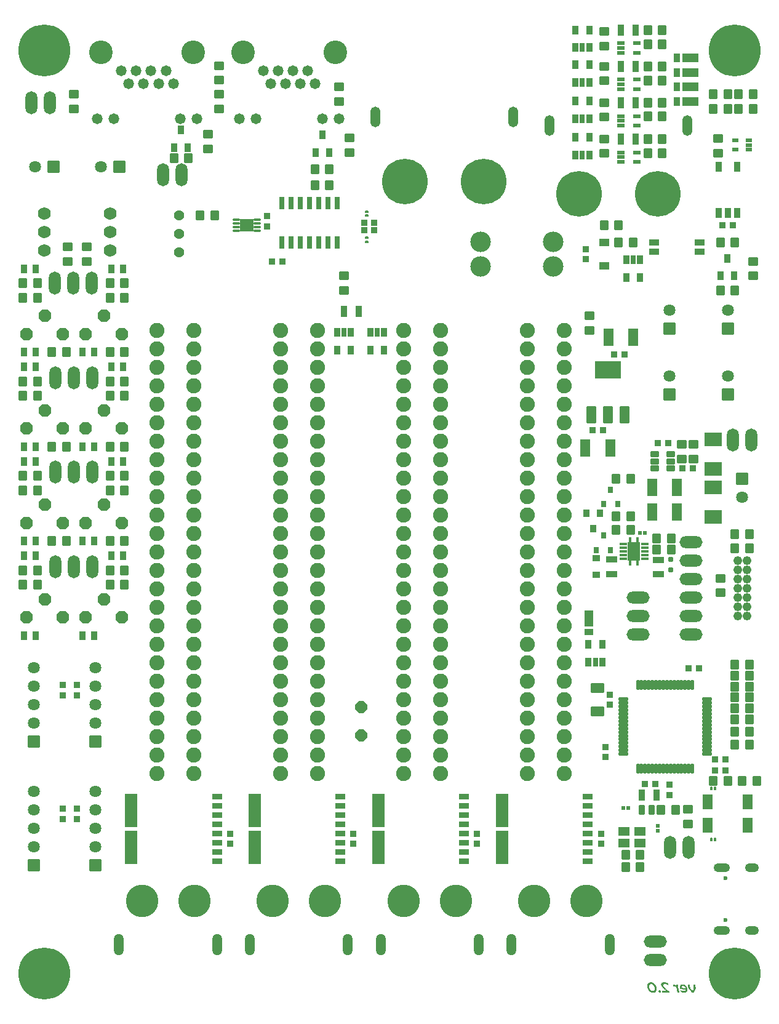
<source format=gbr>
%TF.GenerationSoftware,KiCad,Pcbnew,7.0.1*%
%TF.CreationDate,2023-04-09T21:26:54+09:00*%
%TF.ProjectId,(Eagle)PowerUnit-Bseries(ver2.0),28456167-6c65-4295-906f-776572556e69,rev?*%
%TF.SameCoordinates,Original*%
%TF.FileFunction,Soldermask,Bot*%
%TF.FilePolarity,Negative*%
%FSLAX46Y46*%
G04 Gerber Fmt 4.6, Leading zero omitted, Abs format (unit mm)*
G04 Created by KiCad (PCBNEW 7.0.1) date 2023-04-09 21:26:54*
%MOMM*%
%LPD*%
G01*
G04 APERTURE LIST*
G04 Aperture macros list*
%AMRoundRect*
0 Rectangle with rounded corners*
0 $1 Rounding radius*
0 $2 $3 $4 $5 $6 $7 $8 $9 X,Y pos of 4 corners*
0 Add a 4 corners polygon primitive as box body*
4,1,4,$2,$3,$4,$5,$6,$7,$8,$9,$2,$3,0*
0 Add four circle primitives for the rounded corners*
1,1,$1+$1,$2,$3*
1,1,$1+$1,$4,$5*
1,1,$1+$1,$6,$7*
1,1,$1+$1,$8,$9*
0 Add four rect primitives between the rounded corners*
20,1,$1+$1,$2,$3,$4,$5,0*
20,1,$1+$1,$4,$5,$6,$7,0*
20,1,$1+$1,$6,$7,$8,$9,0*
20,1,$1+$1,$8,$9,$2,$3,0*%
%AMFreePoly0*
4,1,17,0.386627,0.869901,0.869901,0.386627,0.888500,0.341726,0.888500,-0.341726,0.869901,-0.386627,0.386627,-0.869901,0.341726,-0.888500,-0.341726,-0.888500,-0.386627,-0.869901,-0.869901,-0.386627,-0.888500,-0.341726,-0.888500,0.341726,-0.869901,0.386627,-0.386627,0.869901,-0.341726,0.888500,0.341726,0.888500,0.386627,0.869901,0.386627,0.869901,$1*%
%AMFreePoly1*
4,1,17,0.355561,0.794901,0.794901,0.355561,0.813500,0.310660,0.813500,-0.310660,0.794901,-0.355561,0.355561,-0.794901,0.310660,-0.813500,-0.310660,-0.813500,-0.355561,-0.794901,-0.794901,-0.355561,-0.813500,-0.310660,-0.813500,0.310660,-0.794901,0.355561,-0.355561,0.794901,-0.310660,0.813500,0.310660,0.813500,0.355561,0.794901,0.355561,0.794901,$1*%
G04 Aperture macros list end*
%ADD10C,0.250000*%
%ADD11RoundRect,0.063500X0.750000X-0.750000X0.750000X0.750000X-0.750000X0.750000X-0.750000X-0.750000X0*%
%ADD12C,1.627000*%
%ADD13FreePoly0,0.000000*%
%ADD14RoundRect,0.063500X-0.750000X0.750000X-0.750000X-0.750000X0.750000X-0.750000X0.750000X0.750000X0*%
%ADD15C,4.477000*%
%ADD16O,1.327000X2.977000*%
%ADD17C,3.200000*%
%ADD18C,7.137400*%
%ADD19RoundRect,0.063500X-0.750000X-0.750000X0.750000X-0.750000X0.750000X0.750000X-0.750000X0.750000X0*%
%ADD20O,1.651000X3.175000*%
%ADD21C,3.250000*%
%ADD22C,1.477000*%
%ADD23C,0.600000*%
%ADD24O,2.227000X1.227000*%
%ADD25O,1.927000X1.227000*%
%ADD26O,3.175000X1.651000*%
%ADD27C,6.277000*%
%ADD28O,1.327000X2.827000*%
%ADD29C,2.077000*%
%ADD30C,1.762000*%
%ADD31C,1.227000*%
%ADD32C,2.827000*%
%ADD33C,1.427000*%
%ADD34FreePoly1,90.000000*%
%ADD35RoundRect,0.063500X-0.350000X-0.400000X0.350000X-0.400000X0.350000X0.400000X-0.350000X0.400000X0*%
%ADD36RoundRect,0.063500X-0.600000X0.500000X-0.600000X-0.500000X0.600000X-0.500000X0.600000X0.500000X0*%
%ADD37RoundRect,0.063500X0.175000X0.200000X-0.175000X0.200000X-0.175000X-0.200000X0.175000X-0.200000X0*%
%ADD38RoundRect,0.063500X-0.500000X-0.600000X0.500000X-0.600000X0.500000X0.600000X-0.500000X0.600000X0*%
%ADD39RoundRect,0.063500X0.500000X0.600000X-0.500000X0.600000X-0.500000X-0.600000X0.500000X-0.600000X0*%
%ADD40RoundRect,0.063500X0.600000X-0.500000X0.600000X0.500000X-0.600000X0.500000X-0.600000X-0.500000X0*%
%ADD41RoundRect,0.063500X-0.650000X-0.950000X0.650000X-0.950000X0.650000X0.950000X-0.650000X0.950000X0*%
%ADD42RoundRect,0.063500X0.400000X0.500000X-0.400000X0.500000X-0.400000X-0.500000X0.400000X-0.500000X0*%
%ADD43RoundRect,0.063500X0.300000X0.500000X-0.300000X0.500000X-0.300000X-0.500000X0.300000X-0.500000X0*%
%ADD44RoundRect,0.063500X0.400000X-0.350000X0.400000X0.350000X-0.400000X0.350000X-0.400000X-0.350000X0*%
%ADD45RoundRect,0.063500X-0.500000X0.350000X-0.500000X-0.350000X0.500000X-0.350000X0.500000X0.350000X0*%
%ADD46RoundRect,0.063500X0.325000X0.600000X-0.325000X0.600000X-0.325000X-0.600000X0.325000X-0.600000X0*%
%ADD47RoundRect,0.063500X-0.475000X0.225000X-0.475000X-0.225000X0.475000X-0.225000X0.475000X0.225000X0*%
%ADD48RoundRect,0.063500X0.610000X-0.455000X0.610000X0.455000X-0.610000X0.455000X-0.610000X-0.455000X0*%
%ADD49RoundRect,0.063500X-0.300000X-0.775000X0.300000X-0.775000X0.300000X0.775000X-0.300000X0.775000X0*%
%ADD50RoundRect,0.063500X-0.400000X-0.500000X0.400000X-0.500000X0.400000X0.500000X-0.400000X0.500000X0*%
%ADD51RoundRect,0.063500X-0.400000X-0.700000X0.400000X-0.700000X0.400000X0.700000X-0.400000X0.700000X0*%
%ADD52RoundRect,0.063500X0.150000X0.600000X-0.150000X0.600000X-0.150000X-0.600000X0.150000X-0.600000X0*%
%ADD53RoundRect,0.063500X0.600000X-0.150000X0.600000X0.150000X-0.600000X0.150000X-0.600000X-0.150000X0*%
%ADD54RoundRect,0.063500X0.400000X-0.500000X0.400000X0.500000X-0.400000X0.500000X-0.400000X-0.500000X0*%
%ADD55RoundRect,0.063500X-0.400000X0.350000X-0.400000X-0.350000X0.400000X-0.350000X0.400000X0.350000X0*%
%ADD56RoundRect,0.063500X-0.795000X2.220000X-0.795000X-2.220000X0.795000X-2.220000X0.795000X2.220000X0*%
%ADD57RoundRect,0.063500X0.635000X0.317500X-0.635000X0.317500X-0.635000X-0.317500X0.635000X-0.317500X0*%
%ADD58RoundRect,0.063500X0.600000X1.100000X-0.600000X1.100000X-0.600000X-1.100000X0.600000X-1.100000X0*%
%ADD59RoundRect,0.063500X1.750000X1.100000X-1.750000X1.100000X-1.750000X-1.100000X1.750000X-1.100000X0*%
%ADD60RoundRect,0.063500X-1.080000X0.890000X-1.080000X-0.890000X1.080000X-0.890000X1.080000X0.890000X0*%
%ADD61RoundRect,0.063500X0.375000X0.350000X-0.375000X0.350000X-0.375000X-0.350000X0.375000X-0.350000X0*%
%ADD62RoundRect,0.063500X-0.300000X-0.500000X0.300000X-0.500000X0.300000X0.500000X-0.300000X0.500000X0*%
%ADD63RoundRect,0.063500X0.125000X0.150000X-0.125000X0.150000X-0.125000X-0.150000X0.125000X-0.150000X0*%
%ADD64RoundRect,0.063500X0.400000X-0.550000X0.400000X0.550000X-0.400000X0.550000X-0.400000X-0.550000X0*%
%ADD65RoundRect,0.063500X1.000000X-0.550000X1.000000X0.550000X-1.000000X0.550000X-1.000000X-0.550000X0*%
%ADD66RoundRect,0.063500X-0.400000X0.200000X-0.400000X-0.200000X0.400000X-0.200000X0.400000X0.200000X0*%
%ADD67RoundRect,0.063500X0.550000X0.400000X-0.550000X0.400000X-0.550000X-0.400000X0.550000X-0.400000X0*%
%ADD68RoundRect,0.063500X0.550000X1.000000X-0.550000X1.000000X-0.550000X-1.000000X0.550000X-1.000000X0*%
%ADD69RoundRect,0.063500X0.350000X0.400000X-0.350000X0.400000X-0.350000X-0.400000X0.350000X-0.400000X0*%
%ADD70RoundRect,0.063500X-0.250000X0.265000X-0.250000X-0.265000X0.250000X-0.265000X0.250000X0.265000X0*%
%ADD71RoundRect,0.063500X-0.400000X-0.600000X0.400000X-0.600000X0.400000X0.600000X-0.400000X0.600000X0*%
%ADD72RoundRect,0.063500X-0.700000X0.400000X-0.700000X-0.400000X0.700000X-0.400000X0.700000X0.400000X0*%
%ADD73RoundRect,0.188500X-0.300000X0.000000X-0.300000X0.000000X0.300000X0.000000X0.300000X0.000000X0*%
%ADD74RoundRect,0.063500X-0.900000X0.825000X-0.900000X-0.825000X0.900000X-0.825000X0.900000X0.825000X0*%
%ADD75RoundRect,0.063500X0.150000X-0.125000X0.150000X0.125000X-0.150000X0.125000X-0.150000X-0.125000X0*%
%ADD76RoundRect,0.063500X-0.450000X-0.400000X0.450000X-0.400000X0.450000X0.400000X-0.450000X0.400000X0*%
%ADD77RoundRect,0.063500X-0.600000X-1.150000X0.600000X-1.150000X0.600000X1.150000X-0.600000X1.150000X0*%
%ADD78RoundRect,0.063500X-0.150000X0.125000X-0.150000X-0.125000X0.150000X-0.125000X0.150000X0.125000X0*%
%ADD79RoundRect,0.063500X-0.200000X0.175000X-0.200000X-0.175000X0.200000X-0.175000X0.200000X0.175000X0*%
%ADD80RoundRect,0.063500X1.080000X-0.890000X1.080000X0.890000X-1.080000X0.890000X-1.080000X-0.890000X0*%
%ADD81RoundRect,0.063500X0.850000X-0.600000X0.850000X0.600000X-0.850000X0.600000X-0.850000X-0.600000X0*%
%ADD82RoundRect,0.063500X0.300000X0.350000X-0.300000X0.350000X-0.300000X-0.350000X0.300000X-0.350000X0*%
%ADD83RoundRect,0.063500X-0.600000X0.400000X-0.600000X-0.400000X0.600000X-0.400000X0.600000X0.400000X0*%
%ADD84RoundRect,0.063500X0.425000X0.140000X-0.425000X0.140000X-0.425000X-0.140000X0.425000X-0.140000X0*%
%ADD85RoundRect,0.063500X0.825000X1.200000X-0.825000X1.200000X-0.825000X-1.200000X0.825000X-1.200000X0*%
%ADD86RoundRect,0.063500X0.140000X0.350000X-0.140000X0.350000X-0.140000X-0.350000X0.140000X-0.350000X0*%
%ADD87RoundRect,0.063500X0.700000X0.550000X-0.700000X0.550000X-0.700000X-0.550000X0.700000X-0.550000X0*%
%ADD88RoundRect,0.063500X-0.400000X-0.450000X0.400000X-0.450000X0.400000X0.450000X-0.400000X0.450000X0*%
%ADD89RoundRect,0.063500X0.600000X1.150000X-0.600000X1.150000X-0.600000X-1.150000X0.600000X-1.150000X0*%
G04 APERTURE END LIST*
D10*
G36*
X189565461Y-170328770D02*
G01*
X189569698Y-170349039D01*
X189573791Y-170368222D01*
X189577742Y-170386317D01*
X189581551Y-170403327D01*
X189586995Y-170426803D01*
X189592119Y-170447834D01*
X189596922Y-170466420D01*
X189601403Y-170482561D01*
X189606879Y-170500279D01*
X189612920Y-170516314D01*
X189616117Y-170522674D01*
X189626102Y-170539147D01*
X189637567Y-170555682D01*
X189652440Y-170575800D01*
X189664249Y-170591204D01*
X189677574Y-170608200D01*
X189692413Y-170626789D01*
X189708766Y-170646971D01*
X189726635Y-170668745D01*
X189746019Y-170692112D01*
X189766917Y-170717072D01*
X189777935Y-170730149D01*
X189789331Y-170743624D01*
X189801105Y-170757498D01*
X189813259Y-170771770D01*
X189825791Y-170786440D01*
X189838702Y-170801508D01*
X189851992Y-170816974D01*
X189865660Y-170832838D01*
X189879669Y-170849048D01*
X189893304Y-170864771D01*
X189906567Y-170880007D01*
X189919456Y-170894757D01*
X189931972Y-170909020D01*
X189944116Y-170922797D01*
X189955886Y-170936087D01*
X189967283Y-170948890D01*
X189988959Y-170973038D01*
X190009142Y-170995238D01*
X190027833Y-171015493D01*
X190045032Y-171033801D01*
X190060739Y-171050163D01*
X190074953Y-171064579D01*
X190087676Y-171077048D01*
X190103961Y-171092103D01*
X190116890Y-171102779D01*
X190128905Y-171110201D01*
X190145927Y-171113923D01*
X190165129Y-171115708D01*
X190182518Y-171116570D01*
X190202968Y-171117087D01*
X190221533Y-171117252D01*
X190226480Y-171117259D01*
X190244736Y-171117149D01*
X190265185Y-171116701D01*
X190282998Y-171115908D01*
X190300894Y-171114502D01*
X190318852Y-171111855D01*
X190325301Y-171110201D01*
X190339825Y-171097540D01*
X190353190Y-171079530D01*
X190365146Y-171060999D01*
X190374038Y-171046252D01*
X190383665Y-171029592D01*
X190394029Y-171011017D01*
X190405130Y-170990529D01*
X190416967Y-170968127D01*
X190429540Y-170943811D01*
X190442849Y-170917581D01*
X190456895Y-170889438D01*
X190471677Y-170859380D01*
X190479345Y-170843634D01*
X190486762Y-170828279D01*
X190493963Y-170813304D01*
X190507715Y-170784492D01*
X190520602Y-170757198D01*
X190532622Y-170731423D01*
X190543776Y-170707165D01*
X190554063Y-170684426D01*
X190563485Y-170663204D01*
X190572041Y-170643501D01*
X190579730Y-170625316D01*
X190586554Y-170608649D01*
X190595165Y-170586495D01*
X190601828Y-170567757D01*
X190607679Y-170548087D01*
X190609306Y-170540528D01*
X190611525Y-170520676D01*
X190612368Y-170498281D01*
X190612098Y-170479815D01*
X190611055Y-170459919D01*
X190609237Y-170438592D01*
X190606646Y-170415835D01*
X190603282Y-170391647D01*
X190600609Y-170374727D01*
X190597592Y-170357171D01*
X190594231Y-170338980D01*
X190590527Y-170320153D01*
X190588546Y-170310501D01*
X190585008Y-170294143D01*
X190580882Y-170275435D01*
X190577158Y-170258774D01*
X190573058Y-170240609D01*
X190568581Y-170220938D01*
X190563729Y-170199762D01*
X190559842Y-170182892D01*
X190555744Y-170165176D01*
X190551649Y-170147463D01*
X190547774Y-170130605D01*
X190542947Y-170109455D01*
X190538509Y-170089823D01*
X190534461Y-170071709D01*
X190530802Y-170055114D01*
X190526775Y-170036504D01*
X190523357Y-170020267D01*
X190516565Y-170004327D01*
X190501703Y-169995028D01*
X190493047Y-169994108D01*
X190474787Y-169994287D01*
X190456385Y-169994725D01*
X190439110Y-169995291D01*
X190420070Y-169996039D01*
X190399267Y-169996969D01*
X190381354Y-169997845D01*
X190363448Y-169998624D01*
X190346684Y-169999299D01*
X190327335Y-169999996D01*
X190309769Y-170000531D01*
X190291046Y-170000959D01*
X190272449Y-170001164D01*
X190270077Y-170001167D01*
X190254867Y-170008655D01*
X190254299Y-170024834D01*
X190258165Y-170043093D01*
X190262428Y-170061496D01*
X190266649Y-170078771D01*
X190271478Y-170097811D01*
X190275779Y-170114312D01*
X190280470Y-170131942D01*
X190281703Y-170136526D01*
X190286400Y-170154342D01*
X190290734Y-170171041D01*
X190295641Y-170190346D01*
X190299979Y-170207907D01*
X190304436Y-170226679D01*
X190308076Y-170242941D01*
X190309107Y-170247803D01*
X190313180Y-170267959D01*
X190316990Y-170287786D01*
X190320537Y-170307284D01*
X190323821Y-170326454D01*
X190326843Y-170345295D01*
X190329602Y-170363808D01*
X190332098Y-170381993D01*
X190334332Y-170399849D01*
X190336302Y-170417377D01*
X190338010Y-170434576D01*
X190339003Y-170445860D01*
X190338585Y-170464457D01*
X190335594Y-170484255D01*
X190331801Y-170501972D01*
X190326680Y-170522149D01*
X190320231Y-170544786D01*
X190315193Y-170561244D01*
X190309565Y-170578795D01*
X190303346Y-170597439D01*
X190296537Y-170617176D01*
X190289138Y-170638006D01*
X190281149Y-170659930D01*
X190272569Y-170682946D01*
X190263818Y-170705723D01*
X190255422Y-170727030D01*
X190247379Y-170746868D01*
X190239689Y-170765236D01*
X190232353Y-170782135D01*
X190225371Y-170797565D01*
X190215560Y-170817954D01*
X190206545Y-170835036D01*
X190195762Y-170852670D01*
X190184273Y-170866446D01*
X190174994Y-170871038D01*
X190158548Y-170862196D01*
X190144334Y-170849205D01*
X190131374Y-170835672D01*
X190116443Y-170818891D01*
X190105394Y-170805899D01*
X190093470Y-170791464D01*
X190080670Y-170775586D01*
X190066994Y-170758263D01*
X190052442Y-170739498D01*
X190037014Y-170719289D01*
X190020710Y-170697636D01*
X190012230Y-170686268D01*
X189995722Y-170664161D01*
X189980142Y-170643099D01*
X189965490Y-170623081D01*
X189951765Y-170604108D01*
X189938968Y-170586179D01*
X189927099Y-170569295D01*
X189916157Y-170553455D01*
X189906143Y-170538660D01*
X189892862Y-170518426D01*
X189881668Y-170500542D01*
X189872562Y-170485008D01*
X189863668Y-170467951D01*
X189859432Y-170457901D01*
X189854002Y-170441825D01*
X189848299Y-170423075D01*
X189842324Y-170401653D01*
X189837664Y-170383832D01*
X189832850Y-170364507D01*
X189827883Y-170343679D01*
X189822763Y-170321348D01*
X189817490Y-170297513D01*
X189813889Y-170280788D01*
X189810221Y-170263394D01*
X189808361Y-170254447D01*
X189804708Y-170235504D01*
X189801545Y-170216293D01*
X189798887Y-170198189D01*
X189796209Y-170178178D01*
X189794052Y-170160798D01*
X189791882Y-170142197D01*
X189791337Y-170137357D01*
X189789164Y-170118452D01*
X189787003Y-170100766D01*
X189784321Y-170080375D01*
X189781659Y-170061889D01*
X189779017Y-170045309D01*
X189775874Y-170027928D01*
X189774313Y-170020267D01*
X189765905Y-170005830D01*
X189753553Y-170002413D01*
X189735293Y-170002214D01*
X189716891Y-170001727D01*
X189699615Y-170001099D01*
X189680576Y-170000268D01*
X189659773Y-169999234D01*
X189641860Y-169998261D01*
X189623870Y-169997287D01*
X189607060Y-169996444D01*
X189587709Y-169995572D01*
X189570202Y-169994903D01*
X189551629Y-169994368D01*
X189533319Y-169994112D01*
X189530999Y-169994108D01*
X189520585Y-170010122D01*
X189519199Y-170026790D01*
X189519660Y-170049341D01*
X189520993Y-170067642D01*
X189523147Y-170088559D01*
X189526122Y-170112090D01*
X189529917Y-170138235D01*
X189534533Y-170166995D01*
X189539970Y-170198370D01*
X189542996Y-170215037D01*
X189546227Y-170232359D01*
X189549664Y-170250334D01*
X189553305Y-170268962D01*
X189557152Y-170288245D01*
X189561204Y-170308180D01*
X189565461Y-170328770D01*
G37*
G36*
X188817941Y-169967712D02*
G01*
X188846532Y-169969126D01*
X188874858Y-169971955D01*
X188902917Y-169976197D01*
X188930710Y-169981855D01*
X188958238Y-169988926D01*
X188985499Y-169997412D01*
X189012494Y-170007312D01*
X189039224Y-170018627D01*
X189065687Y-170031356D01*
X189091884Y-170045499D01*
X189117816Y-170061057D01*
X189143481Y-170078028D01*
X189168880Y-170096415D01*
X189194014Y-170116215D01*
X189218881Y-170137430D01*
X189231215Y-170148568D01*
X189253980Y-170170603D01*
X189275669Y-170193112D01*
X189296280Y-170216095D01*
X189315814Y-170239551D01*
X189334272Y-170263481D01*
X189351653Y-170287884D01*
X189367956Y-170312762D01*
X189383183Y-170338112D01*
X189397332Y-170363937D01*
X189410405Y-170390234D01*
X189422401Y-170417006D01*
X189433320Y-170444251D01*
X189443162Y-170471970D01*
X189451926Y-170500162D01*
X189459614Y-170528828D01*
X189466225Y-170557967D01*
X189472376Y-170590461D01*
X189477125Y-170622131D01*
X189480472Y-170652977D01*
X189482419Y-170682998D01*
X189482964Y-170712196D01*
X189482107Y-170740570D01*
X189479849Y-170768120D01*
X189476190Y-170794846D01*
X189471130Y-170820748D01*
X189464668Y-170845827D01*
X189456805Y-170870081D01*
X189447541Y-170893511D01*
X189436875Y-170916118D01*
X189424808Y-170937900D01*
X189411339Y-170958859D01*
X189396470Y-170978993D01*
X189380301Y-170998100D01*
X189363038Y-171015973D01*
X189344683Y-171032614D01*
X189325235Y-171048022D01*
X189304693Y-171062198D01*
X189283058Y-171075141D01*
X189260330Y-171086851D01*
X189236509Y-171097329D01*
X189211594Y-171106574D01*
X189185587Y-171114586D01*
X189158486Y-171121366D01*
X189130292Y-171126913D01*
X189101005Y-171131227D01*
X189070625Y-171134309D01*
X189039151Y-171136158D01*
X189006585Y-171136774D01*
X188990214Y-171136599D01*
X188957811Y-171135194D01*
X188925859Y-171132385D01*
X188894358Y-171128171D01*
X188863308Y-171122553D01*
X188832709Y-171115530D01*
X188802561Y-171107102D01*
X188772863Y-171097270D01*
X188743617Y-171086033D01*
X188714821Y-171073392D01*
X188686476Y-171059346D01*
X188658582Y-171043896D01*
X188631139Y-171027041D01*
X188604147Y-171008781D01*
X188577606Y-170989117D01*
X188564505Y-170978758D01*
X188551516Y-170968048D01*
X188538640Y-170956987D01*
X188537284Y-170955779D01*
X188524996Y-170944102D01*
X188514973Y-170930413D01*
X188517600Y-170916205D01*
X188522423Y-170898534D01*
X188527351Y-170881678D01*
X188532185Y-170865653D01*
X188537809Y-170847371D01*
X188542061Y-170833402D01*
X188547150Y-170816855D01*
X188552582Y-170799511D01*
X188557735Y-170783595D01*
X188563968Y-170767235D01*
X188575179Y-170764743D01*
X188588454Y-170773088D01*
X188603151Y-170782361D01*
X188617945Y-170791732D01*
X188639566Y-170804554D01*
X188661244Y-170816548D01*
X188682981Y-170827715D01*
X188704777Y-170838054D01*
X188726631Y-170847567D01*
X188748543Y-170856252D01*
X188770513Y-170864111D01*
X188792542Y-170871142D01*
X188814630Y-170877346D01*
X188836776Y-170882722D01*
X188858980Y-170887272D01*
X188881242Y-170890994D01*
X188903563Y-170893889D01*
X188925943Y-170895957D01*
X188948380Y-170897198D01*
X188970876Y-170897612D01*
X188983904Y-170897376D01*
X189003055Y-170896142D01*
X189021740Y-170893849D01*
X189039957Y-170890497D01*
X189057708Y-170886088D01*
X189074991Y-170880620D01*
X189091807Y-170874094D01*
X189108156Y-170866509D01*
X189124038Y-170857866D01*
X189139453Y-170848165D01*
X189154400Y-170837406D01*
X189169208Y-170825413D01*
X189182491Y-170812945D01*
X189194248Y-170800004D01*
X189204479Y-170786588D01*
X189215748Y-170767961D01*
X189224305Y-170748492D01*
X189230151Y-170728179D01*
X189233284Y-170707022D01*
X189233706Y-170685023D01*
X189192449Y-170681425D01*
X189152394Y-170677899D01*
X189113542Y-170674444D01*
X189075893Y-170671061D01*
X189039446Y-170667749D01*
X189004202Y-170664508D01*
X188970161Y-170661339D01*
X188937322Y-170658241D01*
X188905686Y-170655215D01*
X188875253Y-170652260D01*
X188846022Y-170649376D01*
X188817994Y-170646563D01*
X188791168Y-170643822D01*
X188765546Y-170641153D01*
X188741125Y-170638554D01*
X188717908Y-170636027D01*
X188695893Y-170633572D01*
X188675081Y-170631188D01*
X188655472Y-170628875D01*
X188637065Y-170626633D01*
X188603859Y-170622364D01*
X188575464Y-170618381D01*
X188551880Y-170614683D01*
X188533106Y-170611270D01*
X188509990Y-170605302D01*
X188491228Y-170597374D01*
X188474386Y-170587707D01*
X188459464Y-170576302D01*
X188446463Y-170563158D01*
X188435382Y-170548275D01*
X188426221Y-170531653D01*
X188418981Y-170513293D01*
X188413661Y-170493194D01*
X188408607Y-170466254D01*
X188404760Y-170439826D01*
X188402119Y-170413911D01*
X188400685Y-170388509D01*
X188400596Y-170378751D01*
X188666473Y-170378751D01*
X188667135Y-170398720D01*
X188670262Y-170419286D01*
X188675158Y-170427344D01*
X188690504Y-170436829D01*
X188706391Y-170442605D01*
X188723086Y-170447083D01*
X188742925Y-170451258D01*
X188773300Y-170457040D01*
X188803079Y-170462449D01*
X188832260Y-170467485D01*
X188860845Y-170472148D01*
X188888833Y-170476438D01*
X188916224Y-170480355D01*
X188943018Y-170483899D01*
X188969216Y-170487070D01*
X188994816Y-170489868D01*
X189019820Y-170492292D01*
X189044226Y-170494344D01*
X189068036Y-170496023D01*
X189091249Y-170497329D01*
X189113865Y-170498261D01*
X189135885Y-170498821D01*
X189157307Y-170499007D01*
X189173085Y-170497875D01*
X189188969Y-170491519D01*
X189193430Y-170475340D01*
X189190480Y-170462548D01*
X189184917Y-170443658D01*
X189177990Y-170425125D01*
X189169697Y-170406950D01*
X189160040Y-170389133D01*
X189149018Y-170371674D01*
X189136631Y-170354572D01*
X189122879Y-170337827D01*
X189107762Y-170321440D01*
X189091280Y-170305411D01*
X189073434Y-170289740D01*
X189061057Y-170279684D01*
X189042400Y-170265817D01*
X189023634Y-170253409D01*
X189004759Y-170242461D01*
X188985774Y-170232973D01*
X188966679Y-170224944D01*
X188947475Y-170218375D01*
X188928162Y-170213266D01*
X188908739Y-170209617D01*
X188889206Y-170207427D01*
X188869564Y-170206697D01*
X188863731Y-170206761D01*
X188846611Y-170207709D01*
X188824670Y-170210746D01*
X188803740Y-170215806D01*
X188783823Y-170222891D01*
X188764918Y-170231999D01*
X188747025Y-170243132D01*
X188730144Y-170256289D01*
X188714275Y-170271471D01*
X188700145Y-170287858D01*
X188688480Y-170304843D01*
X188679280Y-170322425D01*
X188672546Y-170340604D01*
X188668277Y-170359379D01*
X188666473Y-170378751D01*
X188400596Y-170378751D01*
X188400458Y-170363619D01*
X188401438Y-170339241D01*
X188403624Y-170315376D01*
X188407017Y-170292024D01*
X188411617Y-170269184D01*
X188417424Y-170246856D01*
X188424437Y-170225041D01*
X188432657Y-170203739D01*
X188442083Y-170182949D01*
X188452717Y-170162672D01*
X188464557Y-170142907D01*
X188477604Y-170123655D01*
X188491917Y-170104750D01*
X188507038Y-170087064D01*
X188522967Y-170070598D01*
X188539704Y-170055352D01*
X188557248Y-170041326D01*
X188575600Y-170028519D01*
X188594760Y-170016932D01*
X188614728Y-170006565D01*
X188635503Y-169997417D01*
X188657086Y-169989489D01*
X188679476Y-169982781D01*
X188702675Y-169977292D01*
X188726681Y-169973023D01*
X188751495Y-169969974D01*
X188777116Y-169968145D01*
X188803546Y-169967535D01*
X188817941Y-169967712D01*
G37*
G36*
X187482754Y-170017776D02*
G01*
X187487694Y-170040931D01*
X187492860Y-170063684D01*
X187498252Y-170086036D01*
X187503871Y-170107987D01*
X187509716Y-170129536D01*
X187515787Y-170150684D01*
X187522085Y-170171431D01*
X187528609Y-170191776D01*
X187535359Y-170211719D01*
X187542335Y-170231261D01*
X187547112Y-170244067D01*
X187555169Y-170260007D01*
X187569511Y-170269586D01*
X187575346Y-170270225D01*
X187592709Y-170269738D01*
X187609927Y-170268648D01*
X187627420Y-170267184D01*
X187644217Y-170265549D01*
X187647178Y-170265242D01*
X187664140Y-170263408D01*
X187681937Y-170261748D01*
X187699648Y-170260482D01*
X187717846Y-170259850D01*
X187719425Y-170259845D01*
X187737097Y-170260171D01*
X187754095Y-170261149D01*
X187778327Y-170263838D01*
X187801040Y-170267995D01*
X187822235Y-170273618D01*
X187841913Y-170280709D01*
X187860072Y-170289267D01*
X187876713Y-170299291D01*
X187891836Y-170310783D01*
X187905440Y-170323742D01*
X187917527Y-170338168D01*
X187921218Y-170343302D01*
X187931838Y-170361669D01*
X187940304Y-170380201D01*
X187946637Y-170396339D01*
X187952955Y-170414397D01*
X187959259Y-170434375D01*
X187965548Y-170456272D01*
X187971822Y-170480089D01*
X187975997Y-170497033D01*
X187980166Y-170514831D01*
X187984327Y-170533481D01*
X187988483Y-170552985D01*
X188015472Y-170682116D01*
X188019033Y-170699581D01*
X188022868Y-170719174D01*
X188026974Y-170740895D01*
X188030233Y-170758582D01*
X188033645Y-170777466D01*
X188037211Y-170797547D01*
X188040929Y-170818825D01*
X188044801Y-170841300D01*
X188048827Y-170864972D01*
X188051595Y-170881418D01*
X188054364Y-170897865D01*
X188058389Y-170921537D01*
X188062261Y-170944012D01*
X188065980Y-170965290D01*
X188069545Y-170985371D01*
X188072957Y-171004255D01*
X188076216Y-171021942D01*
X188079322Y-171038432D01*
X188083224Y-171058557D01*
X188086854Y-171076554D01*
X188087719Y-171080720D01*
X188093777Y-171097580D01*
X188106077Y-171109570D01*
X188120521Y-171112692D01*
X188137710Y-171112632D01*
X188155226Y-171112486D01*
X188175312Y-171112253D01*
X188194013Y-171111991D01*
X188214498Y-171111669D01*
X188227645Y-171111446D01*
X188245032Y-171111154D01*
X188265161Y-171110844D01*
X188283505Y-171110595D01*
X188303162Y-171110376D01*
X188320251Y-171110244D01*
X188334770Y-171110201D01*
X188350679Y-171105335D01*
X188355856Y-171089213D01*
X188354701Y-171080720D01*
X188350763Y-171061805D01*
X188346424Y-171041181D01*
X188341683Y-171018850D01*
X188336541Y-170994810D01*
X188332891Y-170977835D01*
X188329061Y-170960101D01*
X188325053Y-170941608D01*
X188320867Y-170922356D01*
X188316503Y-170902344D01*
X188311960Y-170881574D01*
X188307238Y-170860044D01*
X188302338Y-170837756D01*
X188297260Y-170814708D01*
X188292003Y-170790902D01*
X188286695Y-170767090D01*
X188281565Y-170744028D01*
X188276613Y-170721715D01*
X188271840Y-170700152D01*
X188267245Y-170679338D01*
X188262828Y-170659273D01*
X188258590Y-170639957D01*
X188254530Y-170621391D01*
X188250649Y-170603574D01*
X188246946Y-170586507D01*
X188243422Y-170570189D01*
X188238470Y-170547116D01*
X188233919Y-170525730D01*
X188229770Y-170506030D01*
X188228476Y-170499838D01*
X188224761Y-170481629D01*
X188221193Y-170463644D01*
X188217774Y-170445885D01*
X188214501Y-170428350D01*
X188211377Y-170411039D01*
X188208400Y-170393953D01*
X188205570Y-170377092D01*
X188202888Y-170360456D01*
X188197967Y-170327857D01*
X188193637Y-170296156D01*
X188189897Y-170265354D01*
X188186747Y-170235451D01*
X188184188Y-170206446D01*
X188182219Y-170178340D01*
X188180840Y-170151132D01*
X188180052Y-170124823D01*
X188179854Y-170099412D01*
X188180246Y-170074900D01*
X188181229Y-170051286D01*
X188182802Y-170028571D01*
X188182387Y-170014454D01*
X188173564Y-169999694D01*
X188163287Y-169994108D01*
X188145883Y-169992746D01*
X188126055Y-169991150D01*
X188107680Y-169989642D01*
X188087623Y-169987971D01*
X188070366Y-169986518D01*
X188052031Y-169984961D01*
X188042460Y-169984143D01*
X188019979Y-169981175D01*
X187999870Y-169978499D01*
X187982133Y-169976115D01*
X187962174Y-169973390D01*
X187943155Y-169970714D01*
X187926430Y-169968119D01*
X187924955Y-169967535D01*
X187914977Y-169980966D01*
X187913634Y-169999324D01*
X187914403Y-170017206D01*
X187916054Y-170034373D01*
X187917897Y-170048916D01*
X187920291Y-170067990D01*
X187922134Y-170088256D01*
X187922659Y-170107330D01*
X187920499Y-170123861D01*
X187914160Y-170130298D01*
X187907932Y-170127807D01*
X187891074Y-170117307D01*
X187874236Y-170106827D01*
X187857419Y-170096368D01*
X187840622Y-170085929D01*
X187823845Y-170075510D01*
X187807088Y-170065111D01*
X187800391Y-170060958D01*
X187785781Y-170052524D01*
X187767591Y-170042784D01*
X187749482Y-170033936D01*
X187731455Y-170025981D01*
X187713508Y-170018917D01*
X187695643Y-170012746D01*
X187684962Y-170009471D01*
X187666141Y-170004250D01*
X187649298Y-170000725D01*
X187631400Y-169997949D01*
X187612448Y-169995924D01*
X187592441Y-169994648D01*
X187575677Y-169994168D01*
X187567042Y-169994108D01*
X187546197Y-169994478D01*
X187528297Y-169995588D01*
X187510065Y-169998014D01*
X187492271Y-170003353D01*
X187482754Y-170017776D01*
G37*
G36*
X185941068Y-170882249D02*
G01*
X185944894Y-170899719D01*
X185949060Y-170917635D01*
X185953155Y-170934638D01*
X185957818Y-170953528D01*
X185961957Y-170969997D01*
X185966460Y-170987673D01*
X185967642Y-170992280D01*
X185972138Y-171010173D01*
X185976284Y-171026898D01*
X185980973Y-171046163D01*
X185985115Y-171063603D01*
X185989363Y-171082122D01*
X185993322Y-171100407D01*
X185993800Y-171102727D01*
X186001338Y-171117620D01*
X186016530Y-171126331D01*
X186034653Y-171128860D01*
X186036982Y-171128885D01*
X186054134Y-171126787D01*
X186072665Y-171125155D01*
X186092102Y-171123513D01*
X186109371Y-171122086D01*
X186128946Y-171120492D01*
X186143277Y-171119335D01*
X186166512Y-171117703D01*
X186183166Y-171116704D01*
X186200751Y-171115776D01*
X186219267Y-171114919D01*
X186238714Y-171114134D01*
X186259092Y-171113421D01*
X186280401Y-171112779D01*
X186302640Y-171112208D01*
X186325811Y-171111708D01*
X186349913Y-171111280D01*
X186374946Y-171110923D01*
X186400910Y-171110638D01*
X186427804Y-171110424D01*
X186455630Y-171110281D01*
X186484387Y-171110209D01*
X186499114Y-171110201D01*
X186520764Y-171110252D01*
X186538712Y-171110359D01*
X186558128Y-171110525D01*
X186579011Y-171110749D01*
X186601361Y-171111031D01*
X186625177Y-171111372D01*
X186641870Y-171111631D01*
X186659215Y-171111916D01*
X186677212Y-171112228D01*
X186695861Y-171112565D01*
X186715162Y-171112929D01*
X186735115Y-171113318D01*
X186745336Y-171113522D01*
X186765567Y-171113975D01*
X186785157Y-171114398D01*
X186804104Y-171114792D01*
X186822409Y-171115157D01*
X186840072Y-171115493D01*
X186857093Y-171115799D01*
X186881419Y-171116204D01*
X186904300Y-171116544D01*
X186925737Y-171116818D01*
X186945728Y-171117026D01*
X186964274Y-171117168D01*
X186981374Y-171117245D01*
X186991972Y-171117259D01*
X187009251Y-171113422D01*
X187019311Y-171099457D01*
X187020206Y-171094007D01*
X187015224Y-170925846D01*
X187001775Y-170915258D01*
X186983521Y-170909082D01*
X186965788Y-170904670D01*
X186948783Y-170901141D01*
X186929275Y-170897612D01*
X186912487Y-170894542D01*
X186891885Y-170890348D01*
X186873320Y-170886037D01*
X186856793Y-170881609D01*
X186838999Y-170875910D01*
X186821847Y-170868830D01*
X186809278Y-170861488D01*
X186785850Y-170843796D01*
X186762379Y-170825702D01*
X186738866Y-170807205D01*
X186715310Y-170788307D01*
X186691713Y-170769006D01*
X186668074Y-170749303D01*
X186644392Y-170729197D01*
X186620668Y-170708690D01*
X186596902Y-170687780D01*
X186573094Y-170666468D01*
X186549243Y-170644753D01*
X186525351Y-170622637D01*
X186501416Y-170600118D01*
X186477439Y-170577197D01*
X186465435Y-170565586D01*
X186453420Y-170553874D01*
X186441395Y-170542061D01*
X186429359Y-170530148D01*
X186413980Y-170514670D01*
X186399035Y-170499427D01*
X186384525Y-170484421D01*
X186370450Y-170469650D01*
X186356810Y-170455116D01*
X186343604Y-170440817D01*
X186330833Y-170426755D01*
X186318497Y-170412928D01*
X186306595Y-170399338D01*
X186295128Y-170385983D01*
X186284096Y-170372865D01*
X186273498Y-170359982D01*
X186253607Y-170334925D01*
X186235454Y-170310812D01*
X186219040Y-170287643D01*
X186204365Y-170265418D01*
X186191429Y-170244136D01*
X186180231Y-170223799D01*
X186170772Y-170204406D01*
X186163051Y-170185956D01*
X186157070Y-170168451D01*
X186152827Y-170151889D01*
X186149511Y-170132443D01*
X186147815Y-170113654D01*
X186147740Y-170095522D01*
X186149285Y-170078046D01*
X186152450Y-170061228D01*
X186157235Y-170045066D01*
X186163641Y-170029561D01*
X186171667Y-170014713D01*
X186181314Y-170000522D01*
X186192580Y-169986988D01*
X186200992Y-169978330D01*
X186213639Y-169966903D01*
X186226980Y-169956600D01*
X186241014Y-169947420D01*
X186255741Y-169939365D01*
X186271162Y-169932434D01*
X186287276Y-169926627D01*
X186304084Y-169921943D01*
X186321585Y-169918384D01*
X186339779Y-169915949D01*
X186358667Y-169914637D01*
X186371644Y-169914388D01*
X186390794Y-169914752D01*
X186410098Y-169915847D01*
X186429555Y-169917672D01*
X186449166Y-169920226D01*
X186468929Y-169923511D01*
X186488846Y-169927525D01*
X186508916Y-169932269D01*
X186529139Y-169937743D01*
X186549516Y-169943947D01*
X186570046Y-169950881D01*
X186583818Y-169955909D01*
X186602768Y-169963370D01*
X186621836Y-169971427D01*
X186641020Y-169980082D01*
X186660321Y-169989333D01*
X186679738Y-169999182D01*
X186699273Y-170009627D01*
X186714000Y-170017853D01*
X186728794Y-170026414D01*
X186738692Y-170032308D01*
X186754652Y-170042040D01*
X186771609Y-170052379D01*
X186787569Y-170062111D01*
X186802531Y-170071234D01*
X186806787Y-170073829D01*
X186819243Y-170073829D01*
X186825929Y-170057699D01*
X186825329Y-170040450D01*
X186824226Y-170031893D01*
X186821591Y-170013807D01*
X186819451Y-169997015D01*
X186817231Y-169977839D01*
X186815266Y-169959505D01*
X186814261Y-169949681D01*
X186814594Y-169930489D01*
X186814971Y-169913552D01*
X186815542Y-169894478D01*
X186816365Y-169876274D01*
X186818154Y-169859294D01*
X186820074Y-169861240D01*
X186809660Y-169847097D01*
X186798068Y-169838404D01*
X186777721Y-169825009D01*
X186756543Y-169812075D01*
X186741962Y-169803707D01*
X186727011Y-169795544D01*
X186711690Y-169787585D01*
X186696000Y-169779831D01*
X186679940Y-169772281D01*
X186663509Y-169764935D01*
X186646710Y-169757794D01*
X186629540Y-169750857D01*
X186612000Y-169744124D01*
X186594091Y-169737596D01*
X186575812Y-169731272D01*
X186557163Y-169725153D01*
X186538144Y-169719237D01*
X186519768Y-169713908D01*
X186501593Y-169708922D01*
X186483618Y-169704280D01*
X186465845Y-169699982D01*
X186448273Y-169696028D01*
X186430903Y-169692417D01*
X186413733Y-169689151D01*
X186396764Y-169686228D01*
X186379997Y-169683649D01*
X186363431Y-169681414D01*
X186338958Y-169678706D01*
X186314938Y-169676772D01*
X186291371Y-169675612D01*
X186268256Y-169675225D01*
X186242365Y-169675613D01*
X186217217Y-169676775D01*
X186192812Y-169678714D01*
X186169150Y-169681427D01*
X186146230Y-169684916D01*
X186124054Y-169689180D01*
X186102620Y-169694219D01*
X186081929Y-169700034D01*
X186061981Y-169706624D01*
X186042776Y-169713989D01*
X186024314Y-169722129D01*
X186006594Y-169731045D01*
X185989617Y-169740736D01*
X185973384Y-169751202D01*
X185957893Y-169762444D01*
X185943144Y-169774461D01*
X185927423Y-169788839D01*
X185913061Y-169803947D01*
X185900058Y-169819785D01*
X185888414Y-169836353D01*
X185878130Y-169853651D01*
X185869204Y-169871679D01*
X185861638Y-169890437D01*
X185855431Y-169909924D01*
X185850583Y-169930141D01*
X185847094Y-169951088D01*
X185844964Y-169972765D01*
X185844194Y-169995172D01*
X185844783Y-170018309D01*
X185846731Y-170042176D01*
X185850038Y-170066772D01*
X185854704Y-170092099D01*
X185862235Y-170120777D01*
X185873200Y-170150864D01*
X185879972Y-170166436D01*
X185887602Y-170182359D01*
X185896090Y-170198634D01*
X185905438Y-170215261D01*
X185915644Y-170232240D01*
X185926709Y-170249571D01*
X185938633Y-170267254D01*
X185951416Y-170285289D01*
X185965058Y-170303676D01*
X185979558Y-170322415D01*
X185994917Y-170341506D01*
X186011135Y-170360949D01*
X186028212Y-170380744D01*
X186046148Y-170400890D01*
X186064942Y-170421389D01*
X186084596Y-170442240D01*
X186105108Y-170463442D01*
X186126479Y-170484997D01*
X186148708Y-170506904D01*
X186171797Y-170529162D01*
X186195744Y-170551772D01*
X186220550Y-170574735D01*
X186246215Y-170598049D01*
X186272739Y-170621716D01*
X186300122Y-170645734D01*
X186328363Y-170670104D01*
X186357463Y-170694826D01*
X186387422Y-170719900D01*
X186402182Y-170733888D01*
X186414503Y-170745298D01*
X186427897Y-170757497D01*
X186442364Y-170770483D01*
X186457904Y-170784258D01*
X186474517Y-170798822D01*
X186492203Y-170814173D01*
X186510962Y-170830313D01*
X186524064Y-170841511D01*
X186537643Y-170853059D01*
X186551698Y-170864957D01*
X186558905Y-170871038D01*
X186541308Y-170872242D01*
X186523571Y-170872982D01*
X186506432Y-170873373D01*
X186487784Y-170873527D01*
X186484997Y-170873529D01*
X186456746Y-170873416D01*
X186427944Y-170873075D01*
X186398591Y-170872507D01*
X186368686Y-170871713D01*
X186338229Y-170870691D01*
X186307221Y-170869442D01*
X186275662Y-170867966D01*
X186243551Y-170866263D01*
X186210889Y-170864333D01*
X186177675Y-170862176D01*
X186160861Y-170861012D01*
X186143910Y-170859791D01*
X186126820Y-170858514D01*
X186109593Y-170857180D01*
X186092228Y-170855789D01*
X186074725Y-170854342D01*
X186057084Y-170852837D01*
X186039305Y-170851276D01*
X186021388Y-170849658D01*
X186003334Y-170847984D01*
X185985142Y-170846252D01*
X185966812Y-170844464D01*
X185956846Y-170843219D01*
X185941973Y-170850689D01*
X185938985Y-170867041D01*
X185941068Y-170882249D01*
G37*
G36*
X185483919Y-170962385D02*
G01*
X185488285Y-170979551D01*
X185494118Y-170996173D01*
X185501416Y-171012249D01*
X185510181Y-171027781D01*
X185520412Y-171042767D01*
X185532110Y-171057209D01*
X185545273Y-171071106D01*
X185559903Y-171084457D01*
X185575467Y-171096719D01*
X185591433Y-171107346D01*
X185607802Y-171116338D01*
X185624572Y-171123695D01*
X185641745Y-171129417D01*
X185659320Y-171133504D01*
X185677298Y-171135957D01*
X185695678Y-171136774D01*
X185713713Y-171135931D01*
X185730659Y-171133401D01*
X185750309Y-171127866D01*
X185768255Y-171119695D01*
X185784499Y-171108889D01*
X185799040Y-171095447D01*
X185809446Y-171082796D01*
X185819857Y-171066500D01*
X185827733Y-171049271D01*
X185833075Y-171031110D01*
X185835883Y-171012016D01*
X185836157Y-170991989D01*
X185834551Y-170975296D01*
X185832283Y-170962385D01*
X185827942Y-170945056D01*
X185822188Y-170928363D01*
X185815019Y-170912306D01*
X185806436Y-170896885D01*
X185796438Y-170882099D01*
X185785026Y-170867950D01*
X185772200Y-170854436D01*
X185757959Y-170841558D01*
X185742785Y-170829783D01*
X185727156Y-170819577D01*
X185711073Y-170810942D01*
X185694536Y-170803877D01*
X185677544Y-170798382D01*
X185660099Y-170794457D01*
X185642199Y-170792102D01*
X185623846Y-170791317D01*
X185605706Y-170792109D01*
X185588656Y-170794483D01*
X185568877Y-170799677D01*
X185550801Y-170807345D01*
X185534427Y-170817486D01*
X185519757Y-170830101D01*
X185509247Y-170841973D01*
X185498119Y-170858269D01*
X185489646Y-170875498D01*
X185483829Y-170893660D01*
X185480669Y-170912754D01*
X185480164Y-170932781D01*
X185481672Y-170949473D01*
X185483919Y-170962385D01*
G37*
G36*
X184452999Y-169675445D02*
G01*
X184470389Y-169676104D01*
X184487679Y-169677203D01*
X184504867Y-169678741D01*
X184521953Y-169680719D01*
X184538938Y-169683137D01*
X184555822Y-169685994D01*
X184572605Y-169689290D01*
X184589286Y-169693026D01*
X184605865Y-169697202D01*
X184622344Y-169701817D01*
X184638721Y-169706872D01*
X184654996Y-169712366D01*
X184671171Y-169718300D01*
X184687244Y-169724673D01*
X184703215Y-169731486D01*
X184719085Y-169738739D01*
X184734854Y-169746431D01*
X184750521Y-169754562D01*
X184766087Y-169763133D01*
X184781552Y-169772144D01*
X184796915Y-169781594D01*
X184812177Y-169791484D01*
X184827338Y-169801813D01*
X184842397Y-169812582D01*
X184857355Y-169823790D01*
X184872211Y-169835438D01*
X184886966Y-169847525D01*
X184901620Y-169860052D01*
X184916172Y-169873019D01*
X184930623Y-169886425D01*
X184944973Y-169900270D01*
X184958264Y-169913533D01*
X184971254Y-169926954D01*
X184983943Y-169940535D01*
X184996329Y-169954274D01*
X185008414Y-169968172D01*
X185020198Y-169982229D01*
X185031679Y-169996446D01*
X185042859Y-170010821D01*
X185053737Y-170025355D01*
X185064314Y-170040048D01*
X185074589Y-170054900D01*
X185084562Y-170069911D01*
X185094234Y-170085081D01*
X185103603Y-170100409D01*
X185112672Y-170115897D01*
X185121438Y-170131544D01*
X185129903Y-170147349D01*
X185138066Y-170163314D01*
X185145928Y-170179438D01*
X185153487Y-170195720D01*
X185160746Y-170212162D01*
X185167702Y-170228762D01*
X185174357Y-170245521D01*
X185180710Y-170262440D01*
X185186761Y-170279517D01*
X185192511Y-170296753D01*
X185197959Y-170314148D01*
X185203105Y-170331702D01*
X185207950Y-170349415D01*
X185212493Y-170367287D01*
X185216734Y-170385318D01*
X185220674Y-170403508D01*
X185224306Y-170421726D01*
X185227570Y-170439789D01*
X185230469Y-170457697D01*
X185233001Y-170475450D01*
X185235166Y-170493049D01*
X185236965Y-170510492D01*
X185238397Y-170527781D01*
X185239462Y-170544914D01*
X185240161Y-170561893D01*
X185240494Y-170578717D01*
X185240059Y-170611900D01*
X185238158Y-170644463D01*
X185234791Y-170676407D01*
X185229958Y-170707731D01*
X185223658Y-170738436D01*
X185215893Y-170768521D01*
X185206661Y-170797986D01*
X185195962Y-170826832D01*
X185183798Y-170855059D01*
X185170167Y-170882665D01*
X185155070Y-170909653D01*
X185137633Y-170937156D01*
X185119057Y-170962884D01*
X185099343Y-170986838D01*
X185078490Y-171009018D01*
X185056498Y-171029424D01*
X185033368Y-171048055D01*
X185009099Y-171064911D01*
X184983691Y-171079994D01*
X184957145Y-171093302D01*
X184929461Y-171104835D01*
X184900637Y-171114594D01*
X184870676Y-171122579D01*
X184839575Y-171128789D01*
X184807336Y-171133225D01*
X184790790Y-171134778D01*
X184773959Y-171135887D01*
X184756843Y-171136552D01*
X184739442Y-171136774D01*
X184721848Y-171136552D01*
X184704358Y-171135887D01*
X184686973Y-171134778D01*
X184669693Y-171133225D01*
X184652517Y-171131229D01*
X184635446Y-171128789D01*
X184618480Y-171125906D01*
X184601618Y-171122579D01*
X184584860Y-171118808D01*
X184568208Y-171114594D01*
X184551660Y-171109937D01*
X184535216Y-171104835D01*
X184518877Y-171099290D01*
X184502643Y-171093302D01*
X184486513Y-171086870D01*
X184470488Y-171079994D01*
X184454568Y-171072674D01*
X184438752Y-171064911D01*
X184423041Y-171056705D01*
X184407434Y-171048055D01*
X184391932Y-171038961D01*
X184376535Y-171029424D01*
X184361242Y-171019443D01*
X184346054Y-171009018D01*
X184330971Y-170998150D01*
X184315992Y-170986838D01*
X184301117Y-170975083D01*
X184286348Y-170962884D01*
X184271683Y-170950242D01*
X184257122Y-170937156D01*
X184242667Y-170923626D01*
X184228315Y-170909653D01*
X184215074Y-170896312D01*
X184202133Y-170882811D01*
X184189490Y-170869151D01*
X184177147Y-170855331D01*
X184165103Y-170841351D01*
X184153358Y-170827212D01*
X184141913Y-170812913D01*
X184130766Y-170798454D01*
X184119919Y-170783835D01*
X184109371Y-170769056D01*
X184099123Y-170754118D01*
X184089174Y-170739020D01*
X184079524Y-170723762D01*
X184070173Y-170708344D01*
X184061121Y-170692767D01*
X184052369Y-170677030D01*
X184043916Y-170661133D01*
X184035762Y-170645076D01*
X184027907Y-170628860D01*
X184020352Y-170612484D01*
X184013096Y-170595948D01*
X184006139Y-170579252D01*
X183999482Y-170562396D01*
X183993123Y-170545381D01*
X183987064Y-170528206D01*
X183981304Y-170510872D01*
X183975844Y-170493377D01*
X183970682Y-170475723D01*
X183965820Y-170457909D01*
X183961257Y-170439935D01*
X183956994Y-170421802D01*
X183953029Y-170403508D01*
X183949397Y-170385242D01*
X183946131Y-170367137D01*
X183943231Y-170349193D01*
X183940696Y-170331410D01*
X183938527Y-170313789D01*
X183936724Y-170296330D01*
X183935287Y-170279032D01*
X183934921Y-170273183D01*
X184207146Y-170273183D01*
X184207478Y-170293931D01*
X184208619Y-170315068D01*
X184210567Y-170336594D01*
X184213322Y-170358510D01*
X184216886Y-170380814D01*
X184221257Y-170403508D01*
X184226168Y-170425219D01*
X184231767Y-170446651D01*
X184238053Y-170467805D01*
X184245028Y-170488679D01*
X184252690Y-170509274D01*
X184261039Y-170529590D01*
X184270077Y-170549627D01*
X184279802Y-170569386D01*
X184290214Y-170588865D01*
X184301315Y-170608065D01*
X184313103Y-170626987D01*
X184325579Y-170645629D01*
X184338742Y-170663993D01*
X184352594Y-170682077D01*
X184367133Y-170699883D01*
X184382359Y-170717409D01*
X184399887Y-170736013D01*
X184417594Y-170753416D01*
X184435479Y-170769619D01*
X184453542Y-170784622D01*
X184471784Y-170798424D01*
X184490204Y-170811027D01*
X184508803Y-170822429D01*
X184527580Y-170832631D01*
X184546535Y-170841632D01*
X184565669Y-170849434D01*
X184584982Y-170856035D01*
X184604472Y-170861436D01*
X184624141Y-170865637D01*
X184643989Y-170868637D01*
X184664015Y-170870438D01*
X184684219Y-170871038D01*
X184704813Y-170870452D01*
X184724657Y-170868696D01*
X184743752Y-170865768D01*
X184762097Y-170861670D01*
X184779694Y-170856400D01*
X184796541Y-170849959D01*
X184812638Y-170842348D01*
X184827986Y-170833565D01*
X184842585Y-170823611D01*
X184856435Y-170812486D01*
X184869535Y-170800191D01*
X184881886Y-170786724D01*
X184893488Y-170772086D01*
X184904340Y-170756277D01*
X184914443Y-170739297D01*
X184923797Y-170721146D01*
X184931340Y-170704140D01*
X184938089Y-170686755D01*
X184944043Y-170668990D01*
X184949203Y-170650845D01*
X184953567Y-170632321D01*
X184957137Y-170613418D01*
X184959912Y-170594135D01*
X184961893Y-170574472D01*
X184963078Y-170554430D01*
X184963469Y-170534008D01*
X184963065Y-170513207D01*
X184961867Y-170492026D01*
X184959873Y-170470466D01*
X184957085Y-170448526D01*
X184953502Y-170426207D01*
X184949125Y-170403508D01*
X184943991Y-170380522D01*
X184938245Y-170357965D01*
X184931885Y-170335835D01*
X184924913Y-170314134D01*
X184917327Y-170292861D01*
X184909128Y-170272016D01*
X184900316Y-170251599D01*
X184890891Y-170231610D01*
X184880853Y-170212050D01*
X184870202Y-170192917D01*
X184858938Y-170174213D01*
X184847060Y-170155938D01*
X184834570Y-170138090D01*
X184821466Y-170120670D01*
X184807750Y-170103679D01*
X184793420Y-170087116D01*
X184776717Y-170069418D01*
X184759723Y-170052861D01*
X184742436Y-170037446D01*
X184724858Y-170023173D01*
X184706988Y-170010042D01*
X184688825Y-169998053D01*
X184670371Y-169987205D01*
X184651625Y-169977500D01*
X184632587Y-169968936D01*
X184613257Y-169961514D01*
X184593635Y-169955234D01*
X184573721Y-169950096D01*
X184553515Y-169946099D01*
X184533017Y-169943245D01*
X184512227Y-169941532D01*
X184491145Y-169940961D01*
X184470247Y-169941532D01*
X184450110Y-169943245D01*
X184430736Y-169946099D01*
X184412125Y-169950096D01*
X184394276Y-169955234D01*
X184377189Y-169961514D01*
X184360864Y-169968936D01*
X184345302Y-169977500D01*
X184330501Y-169987205D01*
X184316464Y-169998053D01*
X184303188Y-170010042D01*
X184290675Y-170023173D01*
X184278924Y-170037446D01*
X184267936Y-170052861D01*
X184257709Y-170069418D01*
X184248246Y-170087116D01*
X184240501Y-170103971D01*
X184233564Y-170121215D01*
X184227435Y-170138849D01*
X184222113Y-170156872D01*
X184217599Y-170175284D01*
X184213893Y-170194085D01*
X184210995Y-170213276D01*
X184208904Y-170232856D01*
X184207621Y-170252825D01*
X184207146Y-170273183D01*
X183934921Y-170273183D01*
X183934215Y-170261895D01*
X183933509Y-170244919D01*
X183933169Y-170228105D01*
X183933586Y-170194961D01*
X183935465Y-170162463D01*
X183938808Y-170130610D01*
X183943614Y-170099402D01*
X183949883Y-170068840D01*
X183957614Y-170038924D01*
X183966809Y-170009653D01*
X183977467Y-169981028D01*
X183989587Y-169953048D01*
X184003171Y-169925713D01*
X184018218Y-169899025D01*
X184035661Y-169871924D01*
X184054257Y-169846572D01*
X184074004Y-169822968D01*
X184094902Y-169801112D01*
X184116952Y-169781005D01*
X184140154Y-169762647D01*
X184164507Y-169746037D01*
X184190012Y-169731175D01*
X184216668Y-169718062D01*
X184244476Y-169706697D01*
X184273436Y-169697080D01*
X184303547Y-169689212D01*
X184334809Y-169683093D01*
X184367223Y-169678722D01*
X184383862Y-169677192D01*
X184400789Y-169676099D01*
X184418004Y-169675443D01*
X184435507Y-169675225D01*
X184452999Y-169675445D01*
G37*
D11*
%TO.C,SPOW*%
X197001100Y-100383600D03*
D12*
X197001100Y-102923600D03*
%TD*%
D13*
%TO.C,TP5*%
X101051100Y-104003600D03*
X98551100Y-106503600D03*
X103551100Y-106503600D03*
%TD*%
%TO.C,TP1*%
X101051100Y-78003600D03*
X98551100Y-80503600D03*
X103551100Y-80503600D03*
%TD*%
D14*
%TO.C,Encoder4*%
X108001100Y-153583600D03*
D12*
X108001100Y-151043600D03*
X108001100Y-148503600D03*
X108001100Y-145963600D03*
X108001100Y-143423600D03*
%TD*%
D15*
%TO.C,Motor1*%
X121601100Y-158503600D03*
X114401100Y-158503600D03*
D16*
X124751100Y-164503600D03*
X111251100Y-164503600D03*
%TD*%
D17*
%TO.C,H1*%
X101001100Y-41503600D03*
D18*
X101001100Y-41503600D03*
%TD*%
D19*
%TO.C,Emergency1*%
X102271100Y-57503600D03*
D12*
X99731100Y-57503600D03*
%TD*%
D13*
%TO.C,TP6*%
X109151100Y-104003600D03*
X106651100Y-106503600D03*
X111651100Y-106503600D03*
%TD*%
D20*
%TO.C,JP10*%
X107541100Y-112503600D03*
X105001100Y-112503600D03*
X102461100Y-112503600D03*
%TD*%
D21*
%TO.C,RJ45_1*%
X121501100Y-41703600D03*
X108801100Y-41703600D03*
D22*
X111581100Y-44243600D03*
X112601100Y-46023600D03*
X113621100Y-44243600D03*
X114641100Y-46023600D03*
X115661100Y-44243600D03*
X116681100Y-46023600D03*
X117701100Y-44243600D03*
X118721100Y-46023600D03*
X122011100Y-50843600D03*
X119721100Y-50843600D03*
X110581100Y-50843600D03*
X108291100Y-50843600D03*
%TD*%
D13*
%TO.C,TP7*%
X101051100Y-117003600D03*
X98551100Y-119503600D03*
X103551100Y-119503600D03*
%TD*%
D23*
%TO.C,USB1*%
X194671100Y-161133600D03*
X194671100Y-155353600D03*
D24*
X194171100Y-162563600D03*
D25*
X198351100Y-162563600D03*
X198351100Y-153923600D03*
D24*
X194171100Y-153923600D03*
%TD*%
D26*
%TO.C,BOOTMODE*%
X185061100Y-164093600D03*
X185061100Y-166633600D03*
%TD*%
D20*
%TO.C,JP1*%
X107541100Y-86503600D03*
X105001100Y-86503600D03*
X102461100Y-86503600D03*
%TD*%
D13*
%TO.C,TP8*%
X109151100Y-117003600D03*
X106651100Y-119503600D03*
X111651100Y-119503600D03*
%TD*%
D20*
%TO.C,JP7*%
X119821100Y-58583600D03*
X117281100Y-58583600D03*
%TD*%
D27*
%TO.C,BATTERY*%
X185421100Y-61253600D03*
X174521100Y-61253600D03*
D28*
X170521100Y-51853600D03*
X189421100Y-51853600D03*
%TD*%
D15*
%TO.C,CON4*%
X175601100Y-158503600D03*
X168401100Y-158503600D03*
D16*
X178751100Y-164503600D03*
X165251100Y-164503600D03*
%TD*%
D14*
%TO.C,Encoder3*%
X99500000Y-153583600D03*
D12*
X99500000Y-151043600D03*
X99500000Y-148503600D03*
X99500000Y-145963600D03*
X99500000Y-143423600D03*
%TD*%
D29*
%TO.C,EDGE3*%
X155541100Y-140983600D03*
X155541100Y-138443600D03*
X155541100Y-135903600D03*
X155541100Y-133363600D03*
X155541100Y-130823600D03*
X155541100Y-128283600D03*
X155541100Y-125743600D03*
X155541100Y-123203600D03*
X155541100Y-120663600D03*
X155541100Y-118123600D03*
X155541100Y-115583600D03*
X155541100Y-113043600D03*
X155541100Y-110503600D03*
X155541100Y-107963600D03*
X155541100Y-105423600D03*
X155541100Y-102883600D03*
X155541100Y-100343600D03*
X155541100Y-97803600D03*
X155541100Y-95263600D03*
X155541100Y-92723600D03*
X155541100Y-90183600D03*
X155541100Y-87643600D03*
X155541100Y-85103600D03*
X155541100Y-82563600D03*
X155541100Y-80023600D03*
X150461100Y-80023600D03*
X150461100Y-82563600D03*
X150461100Y-85103600D03*
X150461100Y-87643600D03*
X150461100Y-90183600D03*
X150461100Y-92723600D03*
X150461100Y-95263600D03*
X150461100Y-97803600D03*
X150461100Y-100343600D03*
X150461100Y-102883600D03*
X150461100Y-105423600D03*
X150461100Y-107963600D03*
X150461100Y-110503600D03*
X150461100Y-113043600D03*
X150461100Y-115583600D03*
X150461100Y-118123600D03*
X150461100Y-120663600D03*
X150461100Y-123203600D03*
X150461100Y-125743600D03*
X150461100Y-128283600D03*
X150461100Y-130823600D03*
X150461100Y-133363600D03*
X150461100Y-135903600D03*
X150461100Y-138443600D03*
X150461100Y-140983600D03*
%TD*%
D14*
%TO.C,Encoder2*%
X108001100Y-136583600D03*
D12*
X108001100Y-134043600D03*
X108001100Y-131503600D03*
X108001100Y-128963600D03*
X108001100Y-126423600D03*
%TD*%
D29*
%TO.C,EDGE1*%
X121541100Y-140983600D03*
X121541100Y-138443600D03*
X121541100Y-135903600D03*
X121541100Y-133363600D03*
X121541100Y-130823600D03*
X121541100Y-128283600D03*
X121541100Y-125743600D03*
X121541100Y-123203600D03*
X121541100Y-120663600D03*
X121541100Y-118123600D03*
X121541100Y-115583600D03*
X121541100Y-113043600D03*
X121541100Y-110503600D03*
X121541100Y-107963600D03*
X121541100Y-105423600D03*
X121541100Y-102883600D03*
X121541100Y-100343600D03*
X121541100Y-97803600D03*
X121541100Y-95263600D03*
X121541100Y-92723600D03*
X121541100Y-90183600D03*
X121541100Y-87643600D03*
X121541100Y-85103600D03*
X121541100Y-82563600D03*
X121541100Y-80023600D03*
X116461100Y-80023600D03*
X116461100Y-82563600D03*
X116461100Y-85103600D03*
X116461100Y-87643600D03*
X116461100Y-90183600D03*
X116461100Y-92723600D03*
X116461100Y-95263600D03*
X116461100Y-97803600D03*
X116461100Y-100343600D03*
X116461100Y-102883600D03*
X116461100Y-105423600D03*
X116461100Y-107963600D03*
X116461100Y-110503600D03*
X116461100Y-113043600D03*
X116461100Y-115583600D03*
X116461100Y-118123600D03*
X116461100Y-120663600D03*
X116461100Y-123203600D03*
X116461100Y-125743600D03*
X116461100Y-128283600D03*
X116461100Y-130823600D03*
X116461100Y-133363600D03*
X116461100Y-135903600D03*
X116461100Y-138443600D03*
X116461100Y-140983600D03*
%TD*%
D17*
%TO.C,H3*%
X196001100Y-168503600D03*
D18*
X196001100Y-168503600D03*
%TD*%
D14*
%TO.C,Encoder1*%
X99500000Y-136583600D03*
D12*
X99500000Y-134043600D03*
X99500000Y-131503600D03*
X99500000Y-128963600D03*
X99500000Y-126423600D03*
%TD*%
D30*
%TO.C,SW4*%
X101001100Y-63963600D03*
X101001100Y-66503600D03*
X101001100Y-69043600D03*
%TD*%
D19*
%TO.C,INV_SW2*%
X111271100Y-57503600D03*
D12*
X108731100Y-57503600D03*
%TD*%
D29*
%TO.C,EDGE2*%
X138541100Y-140983600D03*
X138541100Y-138443600D03*
X138541100Y-135903600D03*
X138541100Y-133363600D03*
X138541100Y-130823600D03*
X138541100Y-128283600D03*
X138541100Y-125743600D03*
X138541100Y-123203600D03*
X138541100Y-120663600D03*
X138541100Y-118123600D03*
X138541100Y-115583600D03*
X138541100Y-113043600D03*
X138541100Y-110503600D03*
X138541100Y-107963600D03*
X138541100Y-105423600D03*
X138541100Y-102883600D03*
X138541100Y-100343600D03*
X138541100Y-97803600D03*
X138541100Y-95263600D03*
X138541100Y-92723600D03*
X138541100Y-90183600D03*
X138541100Y-87643600D03*
X138541100Y-85103600D03*
X138541100Y-82563600D03*
X138541100Y-80023600D03*
X133461100Y-80023600D03*
X133461100Y-82563600D03*
X133461100Y-85103600D03*
X133461100Y-87643600D03*
X133461100Y-90183600D03*
X133461100Y-92723600D03*
X133461100Y-95263600D03*
X133461100Y-97803600D03*
X133461100Y-100343600D03*
X133461100Y-102883600D03*
X133461100Y-105423600D03*
X133461100Y-107963600D03*
X133461100Y-110503600D03*
X133461100Y-113043600D03*
X133461100Y-115583600D03*
X133461100Y-118123600D03*
X133461100Y-120663600D03*
X133461100Y-123203600D03*
X133461100Y-125743600D03*
X133461100Y-128283600D03*
X133461100Y-130823600D03*
X133461100Y-133363600D03*
X133461100Y-135903600D03*
X133461100Y-138443600D03*
X133461100Y-140983600D03*
%TD*%
D15*
%TO.C,Motor3*%
X157601100Y-158503600D03*
X150401100Y-158503600D03*
D16*
X160751100Y-164503600D03*
X147251100Y-164503600D03*
%TD*%
D20*
%TO.C,SPOW*%
X198271100Y-95053600D03*
X195731100Y-95053600D03*
%TD*%
D27*
%TO.C,THRU*%
X150551100Y-59503600D03*
X161451100Y-59503600D03*
D28*
X146551100Y-50603600D03*
X165451100Y-50603600D03*
%TD*%
D31*
%TO.C,ML1*%
X197636100Y-119263600D03*
X196366100Y-119263600D03*
X197636100Y-117993600D03*
X196366100Y-117993600D03*
X197636100Y-116723600D03*
X196366100Y-116723600D03*
X197636100Y-115453600D03*
X196366100Y-115453600D03*
X197636100Y-114183600D03*
X196366100Y-114183600D03*
X197636100Y-112913600D03*
X196366100Y-112913600D03*
X197636100Y-111643600D03*
X196366100Y-111643600D03*
%TD*%
D20*
%TO.C,JP8*%
X107461100Y-73503600D03*
X104921100Y-73503600D03*
X102381100Y-73503600D03*
%TD*%
%TO.C,GND*%
X101771100Y-48713600D03*
X99231100Y-48713600D03*
%TD*%
D13*
%TO.C,TP3*%
X101051100Y-91003600D03*
X98551100Y-93503600D03*
X103551100Y-93503600D03*
%TD*%
D14*
%TO.C,CTRL2*%
X195001100Y-88773600D03*
D12*
X195001100Y-86233600D03*
%TD*%
D21*
%TO.C,RJ45_2*%
X141001100Y-41703600D03*
X128301100Y-41703600D03*
D22*
X131081100Y-44243600D03*
X132101100Y-46023600D03*
X133121100Y-44243600D03*
X134141100Y-46023600D03*
X135161100Y-44243600D03*
X136181100Y-46023600D03*
X137201100Y-44243600D03*
X138221100Y-46023600D03*
X141511100Y-50843600D03*
X139221100Y-50843600D03*
X130081100Y-50843600D03*
X127791100Y-50843600D03*
%TD*%
D20*
%TO.C,ECHO*%
X189651100Y-151103600D03*
X187111100Y-151103600D03*
%TD*%
D14*
%TO.C,THRU2*%
X187001100Y-88773600D03*
D12*
X187001100Y-86233600D03*
%TD*%
D13*
%TO.C,TP2*%
X109151100Y-78003600D03*
X106651100Y-80503600D03*
X111651100Y-80503600D03*
%TD*%
D20*
%TO.C,JP9*%
X107541100Y-99503600D03*
X105001100Y-99503600D03*
X102461100Y-99503600D03*
%TD*%
D13*
%TO.C,TP4*%
X109151100Y-91003600D03*
X106651100Y-93503600D03*
X111651100Y-93503600D03*
%TD*%
D26*
%TO.C,JP11*%
X190001100Y-121853600D03*
X190001100Y-119313600D03*
X190001100Y-116773600D03*
X190001100Y-114233600D03*
X190001100Y-111693600D03*
X190001100Y-109153600D03*
%TD*%
D14*
%TO.C,THRU1*%
X187001100Y-79773600D03*
D12*
X187001100Y-77233600D03*
%TD*%
D26*
%TO.C,JP6*%
X182701100Y-121843600D03*
X182701100Y-119303600D03*
X182701100Y-116763600D03*
%TD*%
D15*
%TO.C,MOTER*%
X139601100Y-158503600D03*
X132401100Y-158503600D03*
D16*
X142751100Y-164503600D03*
X129251100Y-164503600D03*
%TD*%
D32*
%TO.C,FUSE1*%
X161041100Y-67803600D03*
X161041100Y-71203600D03*
X170961100Y-67803600D03*
X170961100Y-71203600D03*
%TD*%
D33*
%TO.C,SW1*%
X119501100Y-66703600D03*
X119501100Y-69243600D03*
X119501100Y-64163600D03*
%TD*%
D29*
%TO.C,EDGE4*%
X172541100Y-140983600D03*
X172541100Y-138443600D03*
X172541100Y-135903600D03*
X172541100Y-133363600D03*
X172541100Y-130823600D03*
X172541100Y-128283600D03*
X172541100Y-125743600D03*
X172541100Y-123203600D03*
X172541100Y-120663600D03*
X172541100Y-118123600D03*
X172541100Y-115583600D03*
X172541100Y-113043600D03*
X172541100Y-110503600D03*
X172541100Y-107963600D03*
X172541100Y-105423600D03*
X172541100Y-102883600D03*
X172541100Y-100343600D03*
X172541100Y-97803600D03*
X172541100Y-95263600D03*
X172541100Y-92723600D03*
X172541100Y-90183600D03*
X172541100Y-87643600D03*
X172541100Y-85103600D03*
X172541100Y-82563600D03*
X172541100Y-80023600D03*
X167461100Y-80023600D03*
X167461100Y-82563600D03*
X167461100Y-85103600D03*
X167461100Y-87643600D03*
X167461100Y-90183600D03*
X167461100Y-92723600D03*
X167461100Y-95263600D03*
X167461100Y-97803600D03*
X167461100Y-100343600D03*
X167461100Y-102883600D03*
X167461100Y-105423600D03*
X167461100Y-107963600D03*
X167461100Y-110503600D03*
X167461100Y-113043600D03*
X167461100Y-115583600D03*
X167461100Y-118123600D03*
X167461100Y-120663600D03*
X167461100Y-123203600D03*
X167461100Y-125743600D03*
X167461100Y-128283600D03*
X167461100Y-130823600D03*
X167461100Y-133363600D03*
X167461100Y-135903600D03*
X167461100Y-138443600D03*
X167461100Y-140983600D03*
%TD*%
D30*
%TO.C,SW5*%
X110001100Y-63963600D03*
X110001100Y-66503600D03*
X110001100Y-69043600D03*
%TD*%
D14*
%TO.C,CTRL1*%
X195001100Y-79773600D03*
D12*
X195001100Y-77233600D03*
%TD*%
D34*
%TO.C,R3*%
X144601100Y-135743600D03*
X144601100Y-131806600D03*
%TD*%
D17*
%TO.C,H2*%
X196001100Y-41503600D03*
D18*
X196001100Y-41503600D03*
%TD*%
D35*
%TO.C,C11*%
X179401100Y-83273600D03*
X180801100Y-83273600D03*
%TD*%
D36*
%TO.C,R78*%
X193701100Y-53603600D03*
X193701100Y-55603600D03*
%TD*%
D37*
%TO.C,C68*%
X183576100Y-107853600D03*
X182926100Y-107853600D03*
%TD*%
D38*
%TO.C,R70*%
X110001100Y-109003600D03*
X112001100Y-109003600D03*
%TD*%
D39*
%TO.C,R43*%
X195001100Y-49503600D03*
X193001100Y-49503600D03*
%TD*%
D38*
%TO.C,R11*%
X196001100Y-137003600D03*
X198001100Y-137003600D03*
%TD*%
%TO.C,R72*%
X184001100Y-55653600D03*
X186001100Y-55653600D03*
%TD*%
%TO.C,R115*%
X194001100Y-74503600D03*
X196001100Y-74503600D03*
%TD*%
D40*
%TO.C,R18*%
X190311100Y-97713600D03*
X190311100Y-95713600D03*
%TD*%
D38*
%TO.C,R107*%
X110001100Y-115003600D03*
X112001100Y-115003600D03*
%TD*%
D41*
%TO.C,X3*%
X192221100Y-144903600D03*
X197721100Y-144903600D03*
X197721100Y-148103600D03*
X192221100Y-148103600D03*
%TD*%
D42*
%TO.C,U23*%
X174051100Y-45853600D03*
D43*
X175001100Y-45853600D03*
D42*
X175951100Y-45853600D03*
X174051100Y-43453600D03*
X175951100Y-43453600D03*
%TD*%
D38*
%TO.C,R17*%
X180951100Y-153803600D03*
X182951100Y-153803600D03*
%TD*%
D39*
%TO.C,R12*%
X181651100Y-105553600D03*
X179651100Y-105553600D03*
%TD*%
D42*
%TO.C,C48*%
X99801100Y-85003600D03*
X98201100Y-85003600D03*
%TD*%
D40*
%TO.C,R59*%
X106801100Y-70503600D03*
X106801100Y-68503600D03*
%TD*%
D38*
%TO.C,R104*%
X98001100Y-113003600D03*
X100001100Y-113003600D03*
%TD*%
%TO.C,R63*%
X102001100Y-96003600D03*
X104001100Y-96003600D03*
%TD*%
D42*
%TO.C,C39*%
X99801100Y-96003600D03*
X98201100Y-96003600D03*
%TD*%
%TO.C,U13*%
X174051100Y-50853600D03*
D43*
X175001100Y-50853600D03*
D42*
X175951100Y-50853600D03*
X174051100Y-48453600D03*
X175951100Y-48453600D03*
%TD*%
%TO.C,C40*%
X107801100Y-96003600D03*
X106201100Y-96003600D03*
%TD*%
D36*
%TO.C,R19*%
X188681100Y-95713600D03*
X188681100Y-97713600D03*
%TD*%
D42*
%TO.C,C54*%
X99801100Y-111003600D03*
X98201100Y-111003600D03*
%TD*%
D38*
%TO.C,R14*%
X138191100Y-60063600D03*
X140191100Y-60063600D03*
%TD*%
D44*
%TO.C,C18*%
X178790000Y-131500000D03*
X178790000Y-130100000D03*
%TD*%
D45*
%TO.C,U5*%
X184991600Y-97053600D03*
X187190600Y-98003600D03*
X187190600Y-97053600D03*
X184991600Y-98953600D03*
X184991600Y-98003600D03*
X187190600Y-98953600D03*
%TD*%
D46*
%TO.C,FB1*%
X184525100Y-145985600D03*
X183175100Y-145985600D03*
%TD*%
D38*
%TO.C,R38*%
X138201100Y-57803600D03*
X140201100Y-57803600D03*
%TD*%
D42*
%TO.C,C59*%
X107801100Y-109003600D03*
X106201100Y-109003600D03*
%TD*%
D39*
%TO.C,R76*%
X181651100Y-107453600D03*
X179651100Y-107453600D03*
%TD*%
D40*
%TO.C,R68*%
X178001100Y-50653600D03*
X178001100Y-48653600D03*
%TD*%
D38*
%TO.C,R7*%
X122401100Y-64203600D03*
X124401100Y-64203600D03*
%TD*%
D40*
%TO.C,R23*%
X178001100Y-40853600D03*
X178001100Y-38853600D03*
%TD*%
D47*
%TO.C,U7*%
X180301100Y-40503600D03*
X182501100Y-40503600D03*
X180301100Y-41803600D03*
X182501100Y-41803600D03*
X180301100Y-41153600D03*
%TD*%
%TO.C,U12*%
X180301100Y-50503600D03*
X182501100Y-50503600D03*
X180301100Y-51803600D03*
X182501100Y-51803600D03*
X180301100Y-51153600D03*
%TD*%
D48*
%TO.C,ZD1*%
X178001100Y-71138600D03*
X178001100Y-67868600D03*
%TD*%
D40*
%TO.C,R28*%
X189536100Y-147910600D03*
X189536100Y-145910600D03*
%TD*%
D39*
%TO.C,R20*%
X181651100Y-100403600D03*
X179651100Y-100403600D03*
%TD*%
%TO.C,R4*%
X196001100Y-67903600D03*
X194001100Y-67903600D03*
%TD*%
D42*
%TO.C,U25*%
X174051100Y-55853600D03*
D43*
X175001100Y-55853600D03*
D42*
X175951100Y-55853600D03*
X174051100Y-53453600D03*
X175951100Y-53453600D03*
%TD*%
D49*
%TO.C,U2*%
X136231100Y-62503600D03*
X137501100Y-62503600D03*
X140041100Y-67903600D03*
X141311100Y-67903600D03*
X134961100Y-67903600D03*
X140041100Y-62503600D03*
X138771100Y-62503600D03*
X134961100Y-62503600D03*
X138771100Y-67903600D03*
X137501100Y-67903600D03*
X136231100Y-67903600D03*
X133691100Y-62503600D03*
X133691100Y-67903600D03*
X141311100Y-62503600D03*
%TD*%
D39*
%TO.C,R29*%
X198001100Y-129003600D03*
X196001100Y-129003600D03*
%TD*%
D40*
%TO.C,R58*%
X104201100Y-70503600D03*
X104201100Y-68503600D03*
%TD*%
D50*
%TO.C,C45*%
X110201100Y-71503600D03*
X111801100Y-71503600D03*
%TD*%
D39*
%TO.C,R42*%
X195001100Y-47503600D03*
X193001100Y-47503600D03*
%TD*%
D51*
%TO.C,C23*%
X183211100Y-143943600D03*
X185211100Y-143943600D03*
%TD*%
D52*
%TO.C,U1*%
X190141100Y-140263600D03*
X189641100Y-140263600D03*
X189141100Y-140263600D03*
X188641100Y-140263600D03*
X188141100Y-140263600D03*
X187641100Y-140263600D03*
X187141100Y-140263600D03*
X186641100Y-140263600D03*
X186141100Y-140263600D03*
X185641100Y-140263600D03*
X185141100Y-140263600D03*
X184641100Y-140263600D03*
X184141100Y-140263600D03*
X183641100Y-140263600D03*
X183141100Y-140263600D03*
X182641100Y-140263600D03*
D53*
X180641100Y-138263600D03*
X180641100Y-137763600D03*
X180641100Y-137263600D03*
X180641100Y-136763600D03*
X180641100Y-136263600D03*
X180641100Y-135763600D03*
X180641100Y-135263600D03*
X180641100Y-134763600D03*
X180641100Y-134263600D03*
X180641100Y-133763600D03*
X180641100Y-133263600D03*
X180641100Y-132763600D03*
X180641100Y-132263600D03*
X180641100Y-131763600D03*
X180641100Y-131263600D03*
X180641100Y-130763600D03*
D52*
X182641100Y-128763600D03*
X183141100Y-128763600D03*
X183641100Y-128763600D03*
X184141100Y-128763600D03*
X184641100Y-128763600D03*
X185141100Y-128763600D03*
X185641100Y-128763600D03*
X186141100Y-128763600D03*
X186641100Y-128763600D03*
X187141100Y-128763600D03*
X187641100Y-128763600D03*
X188141100Y-128763600D03*
X188641100Y-128763600D03*
X189141100Y-128763600D03*
X189641100Y-128763600D03*
X190141100Y-128763600D03*
D53*
X192141100Y-130763600D03*
X192141100Y-131263600D03*
X192141100Y-131763600D03*
X192141100Y-132263600D03*
X192141100Y-132763600D03*
X192141100Y-133263600D03*
X192141100Y-133763600D03*
X192141100Y-134263600D03*
X192141100Y-134763600D03*
X192141100Y-135263600D03*
X192141100Y-135763600D03*
X192141100Y-136263600D03*
X192141100Y-136763600D03*
X192141100Y-137263600D03*
X192141100Y-137763600D03*
X192141100Y-138263600D03*
%TD*%
D54*
%TO.C,TR2*%
X140201100Y-55503600D03*
X139251100Y-53103600D03*
X138301100Y-55503600D03*
%TD*%
D38*
%TO.C,R99*%
X98001100Y-100003600D03*
X100001100Y-100003600D03*
%TD*%
D55*
%TO.C,C33*%
X105501100Y-128803600D03*
X105501100Y-130203600D03*
%TD*%
D56*
%TO.C,U8*%
X146936100Y-146063600D03*
X146936100Y-151163600D03*
D57*
X158726100Y-145438600D03*
X158726100Y-146708600D03*
X158726100Y-150518600D03*
X158726100Y-151788600D03*
X158726100Y-149248600D03*
X158726100Y-147978600D03*
X158726100Y-144168600D03*
X158726100Y-153058600D03*
%TD*%
D35*
%TO.C,C8*%
X188801100Y-99003600D03*
X190201100Y-99003600D03*
%TD*%
D58*
%TO.C,U$4*%
X180801100Y-91603600D03*
X176201100Y-91603600D03*
X178501100Y-91603600D03*
D59*
X178501100Y-85403600D03*
%TD*%
D54*
%TO.C,TR1*%
X120701100Y-54823600D03*
X119751100Y-52423600D03*
X118801100Y-54823600D03*
%TD*%
D39*
%TO.C,R30*%
X198001100Y-130503600D03*
X196001100Y-130503600D03*
%TD*%
D38*
%TO.C,R33*%
X110001100Y-83003600D03*
X112001100Y-83003600D03*
%TD*%
D39*
%TO.C,R31*%
X198001100Y-132003600D03*
X196001100Y-132003600D03*
%TD*%
D56*
%TO.C,U9*%
X163936100Y-146063600D03*
X163936100Y-151163600D03*
D57*
X175726100Y-145438600D03*
X175726100Y-146708600D03*
X175726100Y-150518600D03*
X175726100Y-151788600D03*
X175726100Y-149248600D03*
X175726100Y-147978600D03*
X175726100Y-144168600D03*
X175726100Y-153058600D03*
%TD*%
D38*
%TO.C,R27*%
X185831100Y-145985600D03*
X187831100Y-145985600D03*
%TD*%
D60*
%TO.C,D1*%
X193001100Y-95028600D03*
X193001100Y-99078600D03*
%TD*%
D61*
%TO.C,X1*%
X146376100Y-66203600D03*
X145026100Y-65203600D03*
X146376100Y-65203600D03*
X145026100Y-66203600D03*
%TD*%
D56*
%TO.C,U6*%
X129936100Y-146063600D03*
X129936100Y-151163600D03*
D57*
X141726100Y-145438600D03*
X141726100Y-146708600D03*
X141726100Y-150518600D03*
X141726100Y-151788600D03*
X141726100Y-149248600D03*
X141726100Y-147978600D03*
X141726100Y-144168600D03*
X141726100Y-153058600D03*
%TD*%
D38*
%TO.C,R56*%
X110001100Y-75503600D03*
X112001100Y-75503600D03*
%TD*%
D39*
%TO.C,R48*%
X195001100Y-142003600D03*
X193001100Y-142003600D03*
%TD*%
D35*
%TO.C,C65*%
X194301100Y-65503600D03*
X195701100Y-65503600D03*
%TD*%
D50*
%TO.C,U17*%
X143151100Y-80303600D03*
D62*
X142201100Y-80303600D03*
D50*
X141251100Y-80303600D03*
X143151100Y-82703600D03*
X141251100Y-82703600D03*
%TD*%
D38*
%TO.C,R55*%
X110001100Y-73503600D03*
X112001100Y-73503600D03*
%TD*%
D63*
%TO.C,C30*%
X193276100Y-143003600D03*
X192726100Y-143003600D03*
%TD*%
D42*
%TO.C,C51*%
X99801100Y-98003600D03*
X98201100Y-98003600D03*
%TD*%
D40*
%TO.C,R13*%
X105001100Y-49503600D03*
X105001100Y-47503600D03*
%TD*%
D38*
%TO.C,R67*%
X98001100Y-87003600D03*
X100001100Y-87003600D03*
%TD*%
D50*
%TO.C,C52*%
X110201100Y-98003600D03*
X111801100Y-98003600D03*
%TD*%
D39*
%TO.C,R52*%
X198001100Y-110003600D03*
X196001100Y-110003600D03*
%TD*%
D64*
%TO.C,SB4*%
X188001100Y-48503600D03*
D65*
X189901100Y-48503600D03*
%TD*%
D66*
%TO.C,U26*%
X197951100Y-55153600D03*
X197951100Y-54503600D03*
X197951100Y-53853600D03*
X196051100Y-55153600D03*
X196051100Y-53853600D03*
%TD*%
D39*
%TO.C,R25*%
X198001100Y-126003600D03*
X196001100Y-126003600D03*
%TD*%
D35*
%TO.C,C6*%
X185401100Y-95503600D03*
X186801100Y-95503600D03*
%TD*%
D38*
%TO.C,R22*%
X184001100Y-38653600D03*
X186001100Y-38653600D03*
%TD*%
D39*
%TO.C,R41*%
X198001100Y-133503600D03*
X196001100Y-133503600D03*
%TD*%
D38*
%TO.C,R123*%
X178001100Y-65503600D03*
X180001100Y-65503600D03*
%TD*%
%TO.C,R16*%
X180951100Y-152103600D03*
X182951100Y-152103600D03*
%TD*%
D67*
%TO.C,SB7*%
X175901100Y-121503600D03*
D68*
X175901100Y-119603600D03*
%TD*%
D50*
%TO.C,U18*%
X147751100Y-80303600D03*
D62*
X146801100Y-80303600D03*
D50*
X145851100Y-80303600D03*
X147751100Y-82703600D03*
X145851100Y-82703600D03*
%TD*%
D40*
%TO.C,R40*%
X143001100Y-55503600D03*
X143001100Y-53503600D03*
%TD*%
D42*
%TO.C,U22*%
X175851100Y-125603600D03*
D43*
X176801100Y-125603600D03*
D42*
X177751100Y-125603600D03*
X175851100Y-123203600D03*
X177751100Y-123203600D03*
%TD*%
D38*
%TO.C,R66*%
X184001100Y-50553600D03*
X186001100Y-50553600D03*
%TD*%
D55*
%TO.C,C19*%
X178201100Y-137313600D03*
X178201100Y-138713600D03*
%TD*%
D54*
%TO.C,TR3*%
X195901100Y-72503600D03*
X194951100Y-70103600D03*
X194001100Y-72503600D03*
%TD*%
D35*
%TO.C,C13*%
X132301100Y-70493600D03*
X133701100Y-70493600D03*
%TD*%
D69*
%TO.C,C20*%
X191051100Y-126503600D03*
X189651100Y-126503600D03*
%TD*%
D39*
%TO.C,R50*%
X198001100Y-135203600D03*
X196001100Y-135203600D03*
%TD*%
D70*
%TO.C,D3*%
X187201100Y-112938600D03*
X187201100Y-111468600D03*
%TD*%
D36*
%TO.C,R34*%
X125001100Y-43560000D03*
X125001100Y-45560000D03*
%TD*%
D40*
%TO.C,R73*%
X178001100Y-55653600D03*
X178001100Y-53653600D03*
%TD*%
D39*
%TO.C,R65*%
X186001100Y-48653600D03*
X184001100Y-48653600D03*
%TD*%
D36*
%TO.C,R15*%
X176001100Y-78003600D03*
X176001100Y-80003600D03*
%TD*%
D39*
%TO.C,R71*%
X186001100Y-53653600D03*
X184001100Y-53653600D03*
%TD*%
D71*
%TO.C,TLP1*%
X193731100Y-57503600D03*
X196271100Y-57503600D03*
X196271100Y-63803600D03*
X193731100Y-63803600D03*
X195001100Y-63803600D03*
%TD*%
D38*
%TO.C,R24*%
X102001100Y-83003600D03*
X104001100Y-83003600D03*
%TD*%
D50*
%TO.C,U21*%
X182951100Y-70303600D03*
D62*
X182001100Y-70303600D03*
D50*
X181051100Y-70303600D03*
X182951100Y-72703600D03*
X181051100Y-72703600D03*
%TD*%
D39*
%TO.C,R21*%
X186001100Y-40653600D03*
X184001100Y-40653600D03*
%TD*%
D44*
%TO.C,C14*%
X131651100Y-65673600D03*
X131651100Y-64273600D03*
%TD*%
D72*
%TO.C,C67*%
X185451100Y-111553600D03*
X185451100Y-113553600D03*
%TD*%
D39*
%TO.C,R121*%
X182001100Y-67903600D03*
X180001100Y-67903600D03*
%TD*%
D38*
%TO.C,R51*%
X196001100Y-108003600D03*
X198001100Y-108003600D03*
%TD*%
D44*
%TO.C,C37*%
X126582100Y-150643600D03*
X126582100Y-149243600D03*
%TD*%
D36*
%TO.C,R35*%
X125001100Y-47503600D03*
X125001100Y-49503600D03*
%TD*%
D72*
%TO.C,C69*%
X179001100Y-111503600D03*
X179001100Y-113503600D03*
%TD*%
D37*
%TO.C,C28*%
X181326100Y-145683600D03*
X180676100Y-145683600D03*
%TD*%
D36*
%TO.C,R77*%
X198501100Y-70503600D03*
X198501100Y-72503600D03*
%TD*%
D51*
%TO.C,C71*%
X142201100Y-77403600D03*
X144201100Y-77403600D03*
%TD*%
D73*
%TO.C,U$1*%
X127351100Y-65253600D03*
X127351100Y-65753600D03*
D74*
X128801100Y-65503600D03*
D73*
X130251100Y-66253600D03*
X127351100Y-64753600D03*
X130251100Y-64753600D03*
X130251100Y-65753600D03*
X127351100Y-66253600D03*
X130251100Y-65253600D03*
%TD*%
D38*
%TO.C,R1*%
X98001100Y-73503600D03*
X100001100Y-73503600D03*
%TD*%
D75*
%TO.C,C16*%
X145301100Y-64178600D03*
X145301100Y-63628600D03*
%TD*%
D38*
%TO.C,R96*%
X110001100Y-87003600D03*
X112001100Y-87003600D03*
%TD*%
D76*
%TO.C,SB6*%
X176901100Y-113653600D03*
X176901100Y-111353600D03*
%TD*%
D38*
%TO.C,R54*%
X98001100Y-75503600D03*
X100001100Y-75503600D03*
%TD*%
D35*
%TO.C,C22*%
X183638100Y-142426600D03*
X185038100Y-142426600D03*
%TD*%
D38*
%TO.C,R102*%
X110001100Y-102003600D03*
X112001100Y-102003600D03*
%TD*%
D77*
%TO.C,C12*%
X178631100Y-80963600D03*
X182031100Y-80963600D03*
%TD*%
D38*
%TO.C,R74*%
X185251100Y-110153600D03*
X187251100Y-110153600D03*
%TD*%
D35*
%TO.C,C36*%
X193301100Y-140503600D03*
X194701100Y-140503600D03*
%TD*%
D47*
%TO.C,U24*%
X180301100Y-55503600D03*
X182501100Y-55503600D03*
X180301100Y-56803600D03*
X182501100Y-56803600D03*
X180301100Y-56153600D03*
%TD*%
D78*
%TO.C,C17*%
X145301100Y-67228600D03*
X145301100Y-67778600D03*
%TD*%
D39*
%TO.C,R75*%
X187251100Y-108653600D03*
X185251100Y-108653600D03*
%TD*%
D42*
%TO.C,C44*%
X99801100Y-71503600D03*
X98201100Y-71503600D03*
%TD*%
D38*
%TO.C,R95*%
X98001100Y-89003600D03*
X100001100Y-89003600D03*
%TD*%
D64*
%TO.C,SB1*%
X188001100Y-42503600D03*
D65*
X189901100Y-42503600D03*
%TD*%
D40*
%TO.C,R39*%
X123501100Y-55003600D03*
X123501100Y-53003600D03*
%TD*%
D79*
%TO.C,C27*%
X185401100Y-148178600D03*
X185401100Y-148828600D03*
%TD*%
D77*
%TO.C,C9*%
X175431100Y-96163600D03*
X178831100Y-96163600D03*
%TD*%
D38*
%TO.C,R100*%
X98001100Y-102003600D03*
X100001100Y-102003600D03*
%TD*%
D47*
%TO.C,U11*%
X180301100Y-45503600D03*
X182501100Y-45503600D03*
X180301100Y-46803600D03*
X182501100Y-46803600D03*
X180301100Y-46153600D03*
%TD*%
D42*
%TO.C,C41*%
X99801100Y-83003600D03*
X98201100Y-83003600D03*
%TD*%
D36*
%TO.C,R36*%
X141501100Y-46503600D03*
X141501100Y-48503600D03*
%TD*%
D38*
%TO.C,R44*%
X196501100Y-47503600D03*
X198501100Y-47503600D03*
%TD*%
D44*
%TO.C,C57*%
X160505100Y-150647600D03*
X160505100Y-149247600D03*
%TD*%
D55*
%TO.C,C31*%
X103501100Y-145803600D03*
X103501100Y-147203600D03*
%TD*%
D38*
%TO.C,R69*%
X102001100Y-109003600D03*
X104001100Y-109003600D03*
%TD*%
D63*
%TO.C,C29*%
X193276100Y-150003600D03*
X192726100Y-150003600D03*
%TD*%
D35*
%TO.C,C10*%
X176441100Y-93743600D03*
X177841100Y-93743600D03*
%TD*%
D39*
%TO.C,R26*%
X198001100Y-127503600D03*
X196001100Y-127503600D03*
%TD*%
D50*
%TO.C,C55*%
X110201100Y-111003600D03*
X111801100Y-111003600D03*
%TD*%
D80*
%TO.C,D2*%
X193001100Y-105678600D03*
X193001100Y-101628600D03*
%TD*%
D39*
%TO.C,R60*%
X186001100Y-45653600D03*
X184001100Y-45653600D03*
%TD*%
D81*
%TO.C,C24*%
X177080000Y-132390000D03*
X177080000Y-129190000D03*
%TD*%
D56*
%TO.C,U4*%
X112936100Y-146063600D03*
X112936100Y-151163600D03*
D57*
X124726100Y-145438600D03*
X124726100Y-146708600D03*
X124726100Y-150518600D03*
X124726100Y-151788600D03*
X124726100Y-149248600D03*
X124726100Y-147978600D03*
X124726100Y-144168600D03*
X124726100Y-153058600D03*
%TD*%
D38*
%TO.C,R90*%
X196501100Y-49503600D03*
X198501100Y-49503600D03*
%TD*%
D82*
%TO.C,Q11*%
X179851100Y-103903600D03*
X178901100Y-101903600D03*
X177951100Y-103903600D03*
%TD*%
D64*
%TO.C,SB3*%
X188001100Y-46503600D03*
D65*
X189901100Y-46503600D03*
%TD*%
D38*
%TO.C,R49*%
X197001100Y-142003600D03*
X199001100Y-142003600D03*
%TD*%
D51*
%TO.C,C53*%
X180301100Y-48653600D03*
X182301100Y-48653600D03*
%TD*%
D40*
%TO.C,R120*%
X142201100Y-74503600D03*
X142201100Y-72503600D03*
%TD*%
D42*
%TO.C,C63*%
X107801100Y-122003600D03*
X106201100Y-122003600D03*
%TD*%
D51*
%TO.C,C50*%
X180301100Y-43653600D03*
X182301100Y-43653600D03*
%TD*%
D44*
%TO.C,C61*%
X177605100Y-150659600D03*
X177605100Y-149259600D03*
%TD*%
D35*
%TO.C,C21*%
X193301100Y-139003600D03*
X194701100Y-139003600D03*
%TD*%
D44*
%TO.C,C38*%
X143488100Y-150643600D03*
X143488100Y-149243600D03*
%TD*%
D64*
%TO.C,SB2*%
X188001100Y-44503600D03*
D65*
X189901100Y-44503600D03*
%TD*%
D50*
%TO.C,C49*%
X110201100Y-85003600D03*
X111801100Y-85003600D03*
%TD*%
D82*
%TO.C,Q12*%
X178851100Y-110203600D03*
X177901100Y-108203600D03*
X176951100Y-110203600D03*
%TD*%
D38*
%TO.C,R61*%
X184001100Y-43653600D03*
X186001100Y-43653600D03*
%TD*%
D55*
%TO.C,C34*%
X105501100Y-145803600D03*
X105501100Y-147203600D03*
%TD*%
D83*
%TO.C,U20*%
X191151100Y-67868600D03*
X191151100Y-69138600D03*
X184851100Y-67868600D03*
X184851100Y-69138600D03*
%TD*%
D38*
%TO.C,R105*%
X98001100Y-115003600D03*
X100001100Y-115003600D03*
%TD*%
D42*
%TO.C,U10*%
X174051100Y-41053600D03*
D43*
X175001100Y-41053600D03*
D42*
X175951100Y-41053600D03*
X174051100Y-38653600D03*
X175951100Y-38653600D03*
%TD*%
D84*
%TO.C,U15*%
X183576100Y-109403600D03*
X180626100Y-109903600D03*
X183576100Y-109903600D03*
D85*
X182101100Y-110403600D03*
D86*
X182601100Y-108853600D03*
X181601100Y-108853600D03*
X182601100Y-111953600D03*
X181601100Y-111953600D03*
D84*
X180626100Y-109403600D03*
X183576100Y-110403600D03*
X183576100Y-110903600D03*
X183576100Y-111403600D03*
X180626100Y-110403600D03*
X180626100Y-110903600D03*
X180626100Y-111403600D03*
%TD*%
D55*
%TO.C,C73*%
X175501100Y-68803600D03*
X175501100Y-70203600D03*
%TD*%
D38*
%TO.C,R37*%
X118801100Y-56286400D03*
X120801100Y-56286400D03*
%TD*%
D55*
%TO.C,C26*%
X187001100Y-142513600D03*
X187001100Y-143913600D03*
%TD*%
D42*
%TO.C,C58*%
X99801100Y-109003600D03*
X98201100Y-109003600D03*
%TD*%
%TO.C,C42*%
X107801100Y-83003600D03*
X106201100Y-83003600D03*
%TD*%
D38*
%TO.C,R64*%
X110001100Y-96003600D03*
X112001100Y-96003600D03*
%TD*%
D55*
%TO.C,C32*%
X103501100Y-128803600D03*
X103501100Y-130203600D03*
%TD*%
D17*
%TO.C,H4*%
X101001100Y-168503600D03*
D18*
X101001100Y-168503600D03*
%TD*%
D87*
%TO.C,X2*%
X182951100Y-150503600D03*
X180751100Y-150503600D03*
X180751100Y-148903600D03*
X182951100Y-148903600D03*
%TD*%
D88*
%TO.C,Q2*%
X176501100Y-107253600D03*
X175551100Y-105153600D03*
X177451100Y-105153600D03*
%TD*%
D42*
%TO.C,C62*%
X99801100Y-122003600D03*
X98201100Y-122003600D03*
%TD*%
D38*
%TO.C,R106*%
X110001100Y-113003600D03*
X112001100Y-113003600D03*
%TD*%
D89*
%TO.C,C4*%
X188001100Y-101603600D03*
X184601100Y-101603600D03*
%TD*%
D38*
%TO.C,R101*%
X110001100Y-100003600D03*
X112001100Y-100003600D03*
%TD*%
D89*
%TO.C,C5*%
X188001100Y-105003600D03*
X184601100Y-105003600D03*
%TD*%
D51*
%TO.C,C56*%
X180301100Y-53653600D03*
X182301100Y-53653600D03*
%TD*%
D39*
%TO.C,R97*%
X112001100Y-89003600D03*
X110001100Y-89003600D03*
%TD*%
D40*
%TO.C,R53*%
X194001100Y-116103600D03*
X194001100Y-114103600D03*
%TD*%
%TO.C,R62*%
X178001100Y-45653600D03*
X178001100Y-43653600D03*
%TD*%
D51*
%TO.C,C47*%
X180301100Y-38653600D03*
X182301100Y-38653600D03*
%TD*%
M02*

</source>
